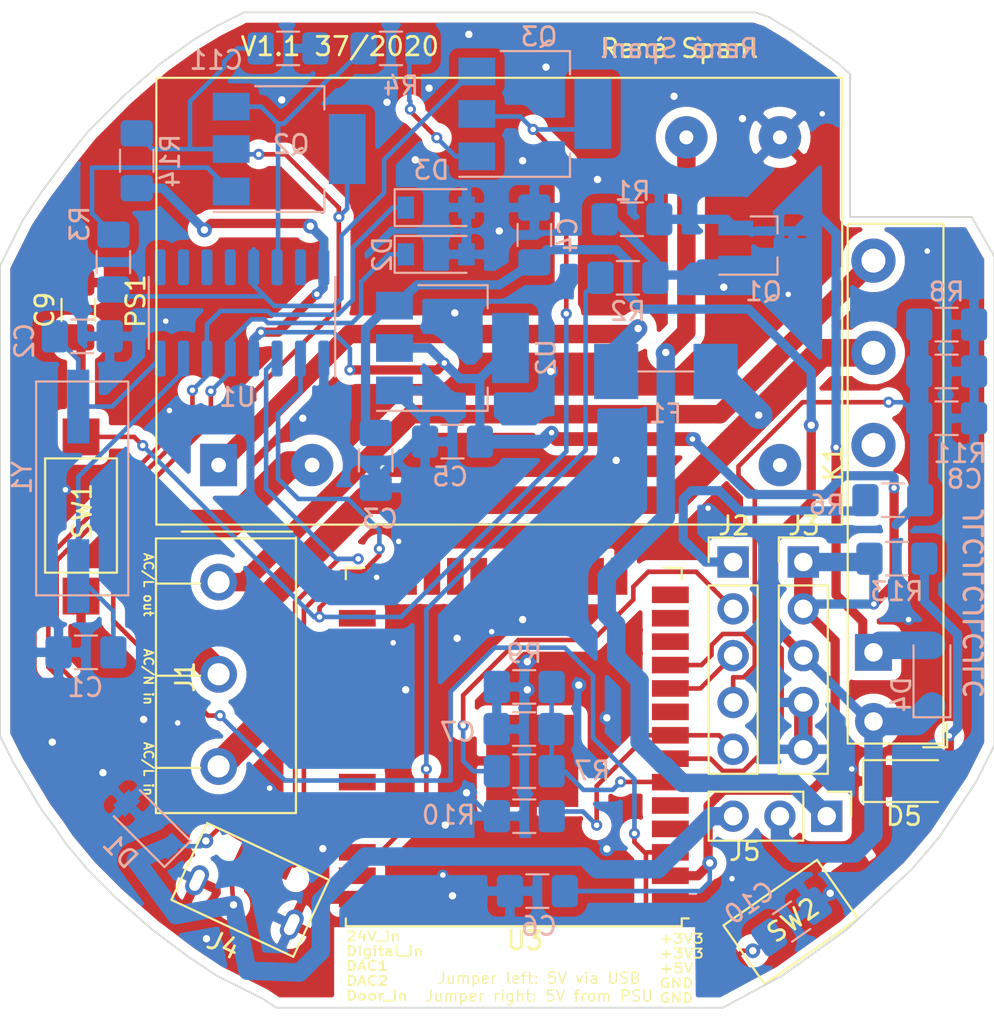
<source format=kicad_pcb>
(kicad_pcb (version 20171130) (host pcbnew "(5.1.5)-3")
  (layers (0 F.Cu signal) (31 B.Cu signal) (34 B.Paste user) (35 F.Paste user) (36 B.SilkS user) (37 F.SilkS user) (38 B.Mask user) (39 F.Mask user hide) (44 Edge.Cuts user hide))
  (net 0 "")
  (net 1 GND)
  (net 2 "Net-(C1-Pad1)")
  (net 3 "Net-(C2-Pad1)")
  (net 4 +5V)
  (net 5 +3V3)
  (net 6 GPIO34)
  (net 7 GPIO35)
  (net 8 GPIO0)
  (net 9 EN)
  (net 10 5V_ext)
  (net 11 "Net-(D2-Pad1)")
  (net 12 "Net-(D3-Pad1)")
  (net 13 "Net-(D4-Pad2)")
  (net 14 "Net-(D5-Pad2)")
  (net 15 L_in)
  (net 16 "Net-(F1-Pad1)")
  (net 17 NEUT)
  (net 18 L_out)
  (net 19 DOOR_in)
  (net 20 DAC2)
  (net 21 DAC1)
  (net 22 DIGITAL_in)
  (net 23 24V_in)
  (net 24 "Net-(J4-Pad4)")
  (net 25 "Net-(J5-Pad1)")
  (net 26 "Net-(K1-Pad12)")
  (net 27 "Net-(PS1-Pad5)")
  (net 28 "Net-(Q1-Pad1)")
  (net 29 "Net-(Q2-Pad1)")
  (net 30 "Net-(Q2-Pad3)")
  (net 31 "Net-(Q3-Pad1)")
  (net 32 "Net-(Q3-Pad3)")
  (net 33 GPIO22)
  (net 34 "Net-(U1-Pad15)")
  (net 35 "Net-(U1-Pad12)")
  (net 36 "Net-(U1-Pad11)")
  (net 37 "Net-(U1-Pad10)")
  (net 38 "Net-(U1-Pad9)")
  (net 39 RX_CH340_OUT)
  (net 40 TX_CH340_OUT)
  (net 41 "Net-(U3-Pad37)")
  (net 42 "Net-(U3-Pad33)")
  (net 43 "Net-(U3-Pad32)")
  (net 44 "Net-(U3-Pad31)")
  (net 45 "Net-(U3-Pad30)")
  (net 46 "Net-(U3-Pad29)")
  (net 47 "Net-(U3-Pad28)")
  (net 48 "Net-(U3-Pad27)")
  (net 49 "Net-(U3-Pad26)")
  (net 50 "Net-(U3-Pad24)")
  (net 51 "Net-(U3-Pad23)")
  (net 52 "Net-(U3-Pad22)")
  (net 53 "Net-(U3-Pad21)")
  (net 54 "Net-(U3-Pad20)")
  (net 55 "Net-(U3-Pad19)")
  (net 56 "Net-(U3-Pad18)")
  (net 57 "Net-(U3-Pad17)")
  (net 58 "Net-(U3-Pad16)")
  (net 59 "Net-(U3-Pad14)")
  (net 60 "Net-(U3-Pad13)")
  (net 61 "Net-(U3-Pad12)")
  (net 62 "Net-(U3-Pad9)")
  (net 63 "Net-(U3-Pad5)")
  (net 64 "Net-(U3-Pad4)")
  (module ESP32_Unterputz:Crystal_12Mhz (layer B.Cu) (at 127 105.085 90)
    (fp_text reference Y1 (at 5.334 -3.048 -90) (layer B.SilkS) (effects (justify mirror)))
    (fp_text value "12 Mhz")
    (pad 2 smd rect (at 9.2 0 90) (size 4 1.2) (layers B.Cu B.Paste B.Mask) (net 3 "Net-(C2-Pad1)"))
    (pad 1 smd rect (at 0 0 90) (size 4 1.2) (layers B.Cu B.Paste B.Mask) (net 2 "Net-(C1-Pad1)"))
  )
  (module RF_Module:ESP32-WROOM-32U (layer F.Cu) (at 150.65 114.355 180)
    (fp_text reference U3 (at -0.607 -10.5 180) (layer F.SilkS))
    (fp_text value ESP32-WROOM-32U)
    (pad 38 smd rect (at 8.5 -8.255 180) (size 2 0.9) (layers F.Cu F.Paste F.Mask) (net 1 GND))
    (pad 37 smd rect (at 8.5 -6.985 180) (size 2 0.9) (layers F.Cu F.Paste F.Mask) (net 41 "Net-(U3-Pad37)"))
    (pad 36 smd rect (at 8.5 -5.715 180) (size 2 0.9) (layers F.Cu F.Paste F.Mask) (net 33 GPIO22))
    (pad 35 smd rect (at 8.5 -4.445 180) (size 2 0.9) (layers F.Cu F.Paste F.Mask) (net 39 RX_CH340_OUT))
    (pad 34 smd rect (at 8.5 -3.175 180) (size 2 0.9) (layers F.Cu F.Paste F.Mask) (net 40 TX_CH340_OUT))
    (pad 33 smd rect (at 8.5 -1.905 180) (size 2 0.9) (layers F.Cu F.Paste F.Mask) (net 42 "Net-(U3-Pad33)"))
    (pad 32 smd rect (at 8.5 -0.635 180) (size 2 0.9) (layers F.Cu F.Paste F.Mask) (net 43 "Net-(U3-Pad32)"))
    (pad 31 smd rect (at 8.5 0.635 180) (size 2 0.9) (layers F.Cu F.Paste F.Mask) (net 44 "Net-(U3-Pad31)"))
    (pad 30 smd rect (at 8.5 1.905 180) (size 2 0.9) (layers F.Cu F.Paste F.Mask) (net 45 "Net-(U3-Pad30)"))
    (pad 29 smd rect (at 8.5 3.175 180) (size 2 0.9) (layers F.Cu F.Paste F.Mask) (net 46 "Net-(U3-Pad29)"))
    (pad 28 smd rect (at 8.5 4.445 180) (size 2 0.9) (layers F.Cu F.Paste F.Mask) (net 47 "Net-(U3-Pad28)"))
    (pad 27 smd rect (at 8.5 5.715 180) (size 2 0.9) (layers F.Cu F.Paste F.Mask) (net 48 "Net-(U3-Pad27)"))
    (pad 26 smd rect (at 8.5 6.985 180) (size 2 0.9) (layers F.Cu F.Paste F.Mask) (net 49 "Net-(U3-Pad26)"))
    (pad 25 smd rect (at 8.5 8.255 180) (size 2 0.9) (layers F.Cu F.Paste F.Mask) (net 8 GPIO0))
    (pad 24 smd rect (at 5.715 9.255 270) (size 2 0.9) (layers F.Cu F.Paste F.Mask) (net 50 "Net-(U3-Pad24)"))
    (pad 23 smd rect (at 4.445 9.255 270) (size 2 0.9) (layers F.Cu F.Paste F.Mask) (net 51 "Net-(U3-Pad23)"))
    (pad 22 smd rect (at 3.175 9.255 270) (size 2 0.9) (layers F.Cu F.Paste F.Mask) (net 52 "Net-(U3-Pad22)"))
    (pad 21 smd rect (at 1.905 9.255 270) (size 2 0.9) (layers F.Cu F.Paste F.Mask) (net 53 "Net-(U3-Pad21)"))
    (pad 20 smd rect (at 0.635 9.255 270) (size 2 0.9) (layers F.Cu F.Paste F.Mask) (net 54 "Net-(U3-Pad20)"))
    (pad 19 smd rect (at -0.635 9.255 270) (size 2 0.9) (layers F.Cu F.Paste F.Mask) (net 55 "Net-(U3-Pad19)"))
    (pad 18 smd rect (at -1.905 9.255 270) (size 2 0.9) (layers F.Cu F.Paste F.Mask) (net 56 "Net-(U3-Pad18)"))
    (pad 17 smd rect (at -3.175 9.255 270) (size 2 0.9) (layers F.Cu F.Paste F.Mask) (net 57 "Net-(U3-Pad17)"))
    (pad 16 smd rect (at -4.445 9.255 270) (size 2 0.9) (layers F.Cu F.Paste F.Mask) (net 58 "Net-(U3-Pad16)"))
    (pad 15 smd rect (at -5.715 9.255 90) (size 2 0.9) (layers F.Cu F.Paste F.Mask) (net 1 GND))
    (pad 14 smd rect (at -8.5 8.255 180) (size 2 0.9) (layers F.Cu F.Paste F.Mask) (net 59 "Net-(U3-Pad14)"))
    (pad 13 smd rect (at -8.5 6.985 180) (size 2 0.9) (layers F.Cu F.Paste F.Mask) (net 60 "Net-(U3-Pad13)"))
    (pad 12 smd rect (at -8.5 5.715 180) (size 2 0.9) (layers F.Cu F.Paste F.Mask) (net 61 "Net-(U3-Pad12)"))
    (pad 11 smd rect (at -8.5 4.445 180) (size 2 0.9) (layers F.Cu F.Paste F.Mask) (net 20 DAC2))
    (pad 10 smd rect (at -8.5 3.175 180) (size 2 0.9) (layers F.Cu F.Paste F.Mask) (net 21 DAC1))
    (pad 9 smd rect (at -8.5 1.905 180) (size 2 0.9) (layers F.Cu F.Paste F.Mask) (net 62 "Net-(U3-Pad9)"))
    (pad 8 smd rect (at -8.5 0.635 180) (size 2 0.9) (layers F.Cu F.Paste F.Mask) (net 19 DOOR_in))
    (pad 7 smd rect (at -8.5 -0.635 180) (size 2 0.9) (layers F.Cu F.Paste F.Mask) (net 7 GPIO35))
    (pad 6 smd rect (at -8.5 -1.905 180) (size 2 0.9) (layers F.Cu F.Paste F.Mask) (net 6 GPIO34))
    (pad 5 smd rect (at -8.5 -3.175 180) (size 2 0.9) (layers F.Cu F.Paste F.Mask) (net 63 "Net-(U3-Pad5)"))
    (pad 4 smd rect (at -8.5 -4.445 180) (size 2 0.9) (layers F.Cu F.Paste F.Mask) (net 64 "Net-(U3-Pad4)"))
    (pad 3 smd rect (at -8.5 -5.715 180) (size 2 0.9) (layers F.Cu F.Paste F.Mask) (net 9 EN))
    (pad 2 smd rect (at -8.5 -6.985 180) (size 2 0.9) (layers F.Cu F.Paste F.Mask) (net 5 +3V3))
    (pad 1 smd rect (at -8.5 -8.255 180) (size 2 0.9) (layers F.Cu F.Paste F.Mask) (net 1 GND))
    (pad 39 smd rect (at -1 -0.755 180) (size 5 5) (layers F.Cu F.Paste F.Mask) (net 1 GND))
  )
  (module Package_TO_SOT_SMD:SOT-223-3_TabPin2 (layer B.Cu) (at 147.32 92.71)
    (fp_text reference U2 (at 5.08 0.508 90) (layer B.SilkS) (effects (justify mirror)))
    (fp_text value AMS1117-3.3)
    (pad 1 smd rect (at -3.15 2.3) (size 2 1.5) (layers B.Cu B.Paste B.Mask) (net 1 GND))
    (pad 3 smd rect (at -3.15 -2.3) (size 2 1.5) (layers B.Cu B.Paste B.Mask) (net 4 +5V))
    (pad 2 smd rect (at -3.15 0) (size 2 1.5) (layers B.Cu B.Paste B.Mask) (net 5 +3V3))
    (pad 2 smd rect (at 3.15 0) (size 2 3.8) (layers B.Cu B.Paste B.Mask) (net 5 +3V3))
  )
  (module Package_SO:SOIC-16_3.9x9.9mm_P1.27mm (layer B.Cu) (at 135.89 90.805 90)
    (fp_text reference U1 (at -4.572 -0.254 180) (layer B.SilkS) (effects (justify mirror)))
    (fp_text value CH340G)
    (pad 16 smd roundrect (at 2.475 4.445 90) (size 1.95 0.6) (layers B.Cu B.Paste B.Mask) (net 5 +3V3))
    (pad 15 smd roundrect (at 2.475 3.175 90) (size 1.95 0.6) (layers B.Cu B.Paste B.Mask) (net 34 "Net-(U1-Pad15)"))
    (pad 14 smd roundrect (at 2.475 1.905 90) (size 1.95 0.6) (layers B.Cu B.Paste B.Mask) (net 30 "Net-(Q2-Pad3)"))
    (pad 13 smd roundrect (at 2.475 0.635 90) (size 1.95 0.6) (layers B.Cu B.Paste B.Mask) (net 32 "Net-(Q3-Pad3)"))
    (pad 12 smd roundrect (at 2.475 -0.635 90) (size 1.95 0.6) (layers B.Cu B.Paste B.Mask) (net 35 "Net-(U1-Pad12)"))
    (pad 11 smd roundrect (at 2.475 -1.905 90) (size 1.95 0.6) (layers B.Cu B.Paste B.Mask) (net 36 "Net-(U1-Pad11)"))
    (pad 10 smd roundrect (at 2.475 -3.175 90) (size 1.95 0.6) (layers B.Cu B.Paste B.Mask) (net 37 "Net-(U1-Pad10)"))
    (pad 9 smd roundrect (at 2.475 -4.445 90) (size 1.95 0.6) (layers B.Cu B.Paste B.Mask) (net 38 "Net-(U1-Pad9)"))
    (pad 8 smd roundrect (at -2.475 -4.445 90) (size 1.95 0.6) (layers B.Cu B.Paste B.Mask) (net 3 "Net-(C2-Pad1)"))
    (pad 7 smd roundrect (at -2.475 -3.175 90) (size 1.95 0.6) (layers B.Cu B.Paste B.Mask) (net 2 "Net-(C1-Pad1)"))
    (pad 6 smd roundrect (at -2.475 -1.905 90) (size 1.95 0.6) (layers B.Cu B.Paste B.Mask) (net 12 "Net-(D3-Pad1)"))
    (pad 5 smd roundrect (at -2.475 -0.635 90) (size 1.95 0.6) (layers B.Cu B.Paste B.Mask) (net 11 "Net-(D2-Pad1)"))
    (pad 4 smd roundrect (at -2.475 0.635 90) (size 1.95 0.6) (layers B.Cu B.Paste B.Mask) (net 5 +3V3))
    (pad 3 smd roundrect (at -2.475 1.905 90) (size 1.95 0.6) (layers B.Cu B.Paste B.Mask) (net 39 RX_CH340_OUT))
    (pad 2 smd roundrect (at -2.475 3.175 90) (size 1.95 0.6) (layers B.Cu B.Paste B.Mask) (net 40 TX_CH340_OUT))
    (pad 1 smd roundrect (at -2.475 4.445 90) (size 1.95 0.6) (layers B.Cu B.Paste B.Mask) (net 1 GND))
  )
  (module ESP32_Unterputz:Switch_HYP (layer F.Cu) (at 165.735 123.825 215)
    (fp_text reference SW2 (at -0.104209 0.019811 35) (layer F.SilkS))
    (fp_text value SW_DIP_x01)
    (pad 2 smd rect (at 4.318 0 215) (size 2 2) (layers F.Cu F.Paste F.Mask) (net 9 EN))
    (pad 1 smd rect (at -4.318 0 215) (size 2 2) (layers F.Cu F.Paste F.Mask) (net 1 GND))
  )
  (module ESP32_Unterputz:Switch_HYP (layer F.Cu) (at 127.15 101.85 90)
    (fp_text reference SW1 (at 0.301 0.059 90) (layer F.SilkS))
    (fp_text value SW_DIP_x01)
    (pad 2 smd rect (at 4.318 0 90) (size 2 2) (layers F.Cu F.Paste F.Mask) (net 8 GPIO0))
    (pad 1 smd rect (at -4.318 0 90) (size 2 2) (layers F.Cu F.Paste F.Mask) (net 1 GND))
  )
  (module Resistor_SMD:R_1206_3216Metric_Pad1.42x1.75mm_HandSolder (layer B.Cu) (at 130.175 82.55 90)
    (fp_text reference R14 (at 0 1.82 90) (layer B.SilkS) (effects (justify mirror)))
    (fp_text value 10k)
    (pad 2 smd roundrect (at 1.4875 0 90) (size 1.425 1.75) (layers B.Cu B.Paste B.Mask) (roundrect_rratio 0.175439) (net 9 EN))
    (pad 1 smd roundrect (at -1.4875 0 90) (size 1.425 1.75) (layers B.Cu B.Paste B.Mask) (roundrect_rratio 0.175439) (net 5 +3V3))
  )
  (module Resistor_SMD:R_1206_3216Metric_Pad1.42x1.75mm_HandSolder (layer B.Cu) (at 171.45 104.14)
    (fp_text reference R13 (at 0 1.778) (layer B.SilkS) (effects (justify mirror)))
    (fp_text value 210)
    (pad 2 smd roundrect (at 1.4875 0) (size 1.425 1.75) (layers B.Cu B.Paste B.Mask) (roundrect_rratio 0.175439) (net 14 "Net-(D5-Pad2)"))
    (pad 1 smd roundrect (at -1.4875 0) (size 1.425 1.75) (layers B.Cu B.Paste B.Mask) (roundrect_rratio 0.175439) (net 5 +3V3))
  )
  (module Resistor_SMD:R_1206_3216Metric_Pad1.42x1.75mm_HandSolder (layer B.Cu) (at 174.1535 93.98)
    (fp_text reference R11 (at 0.7255 4.445) (layer B.SilkS) (effects (justify mirror)))
    (fp_text value 6800)
    (pad 2 smd roundrect (at 1.4875 0) (size 1.425 1.75) (layers B.Cu B.Paste B.Mask) (roundrect_rratio 0.175439) (net 1 GND))
    (pad 1 smd roundrect (at -1.4875 0) (size 1.425 1.75) (layers B.Cu B.Paste B.Mask) (roundrect_rratio 0.175439) (net 7 GPIO35))
  )
  (module Resistor_SMD:R_1206_3216Metric_Pad1.42x1.75mm_HandSolder (layer B.Cu) (at 151.2205 118.11 180)
    (fp_text reference R10 (at 4.1115 0.061) (layer B.SilkS) (effects (justify mirror)))
    (fp_text value 10k)
    (pad 2 smd roundrect (at 1.4875 0 180) (size 1.425 1.75) (layers B.Cu B.Paste B.Mask) (roundrect_rratio 0.175439) (net 1 GND))
    (pad 1 smd roundrect (at -1.4875 0 180) (size 1.425 1.75) (layers B.Cu B.Paste B.Mask) (roundrect_rratio 0.175439) (net 19 DOOR_in))
  )
  (module Resistor_SMD:R_1206_3216Metric_Pad1.42x1.75mm_HandSolder (layer B.Cu) (at 151.2165 111.096 180)
    (fp_text reference R9 (at 0 1.82) (layer B.SilkS) (effects (justify mirror)))
    (fp_text value 150)
    (pad 2 smd roundrect (at 1.4875 0 180) (size 1.425 1.75) (layers B.Cu B.Paste B.Mask) (roundrect_rratio 0.175439) (net 1 GND))
    (pad 1 smd roundrect (at -1.4875 0 180) (size 1.425 1.75) (layers B.Cu B.Paste B.Mask) (roundrect_rratio 0.175439) (net 6 GPIO34))
  )
  (module Resistor_SMD:R_1206_3216Metric_Pad1.42x1.75mm_HandSolder (layer B.Cu) (at 174.1535 91.44)
    (fp_text reference R8 (at 0 -1.778) (layer B.SilkS) (effects (justify mirror)))
    (fp_text value 1800)
    (pad 2 smd roundrect (at 1.4875 0) (size 1.425 1.75) (layers B.Cu B.Paste B.Mask) (roundrect_rratio 0.175439) (net 1 GND))
    (pad 1 smd roundrect (at -1.4875 0) (size 1.425 1.75) (layers B.Cu B.Paste B.Mask) (roundrect_rratio 0.175439) (net 7 GPIO35))
  )
  (module Resistor_SMD:R_1206_3216Metric_Pad1.42x1.75mm_HandSolder (layer B.Cu) (at 151.2165 115.668 180)
    (fp_text reference R7 (at -3.6925 0.019) (layer B.SilkS) (effects (justify mirror)))
    (fp_text value 100)
    (pad 2 smd roundrect (at 1.4875 0 180) (size 1.425 1.75) (layers B.Cu B.Paste B.Mask) (roundrect_rratio 0.175439) (net 22 DIGITAL_in))
    (pad 1 smd roundrect (at -1.4875 0 180) (size 1.425 1.75) (layers B.Cu B.Paste B.Mask) (roundrect_rratio 0.175439) (net 6 GPIO34))
  )
  (module Resistor_SMD:R_1206_3216Metric_Pad1.42x1.75mm_HandSolder (layer B.Cu) (at 171.2325 100.965 180)
    (fp_text reference R6 (at 3.5925 -0.254) (layer B.SilkS) (effects (justify mirror)))
    (fp_text value 10k)
    (pad 2 smd roundrect (at 1.4875 0 180) (size 1.425 1.75) (layers B.Cu B.Paste B.Mask) (roundrect_rratio 0.175439) (net 23 24V_in))
    (pad 1 smd roundrect (at -1.4875 0 180) (size 1.425 1.75) (layers B.Cu B.Paste B.Mask) (roundrect_rratio 0.175439) (net 7 GPIO35))
  )
  (module Resistor_SMD:R_1206_3216Metric_Pad1.42x1.75mm_HandSolder (layer B.Cu) (at 143.9815 76.454 180)
    (fp_text reference R4 (at -0.5445 -2.032 180) (layer B.SilkS) (effects (justify mirror)))
    (fp_text value 10k)
    (pad 2 smd roundrect (at 1.4875 0 180) (size 1.425 1.75) (layers B.Cu B.Paste B.Mask) (roundrect_rratio 0.175439) (net 30 "Net-(Q2-Pad3)"))
    (pad 1 smd roundrect (at -1.4875 0 180) (size 1.425 1.75) (layers B.Cu B.Paste B.Mask) (roundrect_rratio 0.175439) (net 31 "Net-(Q3-Pad1)"))
  )
  (module Resistor_SMD:R_1206_3216Metric_Pad1.42x1.75mm_HandSolder (layer B.Cu) (at 128.905 88.0475 270)
    (fp_text reference R3 (at -2.0685 1.82 90) (layer B.SilkS) (effects (justify mirror)))
    (fp_text value 10k)
    (pad 2 smd roundrect (at 1.4875 0 270) (size 1.425 1.75) (layers B.Cu B.Paste B.Mask) (roundrect_rratio 0.175439) (net 32 "Net-(Q3-Pad3)"))
    (pad 1 smd roundrect (at -1.4875 0 270) (size 1.425 1.75) (layers B.Cu B.Paste B.Mask) (roundrect_rratio 0.175439) (net 29 "Net-(Q2-Pad1)"))
  )
  (module Resistor_SMD:R_1206_3216Metric_Pad1.42x1.75mm_HandSolder (layer B.Cu) (at 156.845 88.9)
    (fp_text reference R2 (at 0 1.82) (layer B.SilkS) (effects (justify mirror)))
    (fp_text value 100)
    (pad 2 smd roundrect (at 1.4875 0) (size 1.425 1.75) (layers B.Cu B.Paste B.Mask) (roundrect_rratio 0.175439) (net 28 "Net-(Q1-Pad1)"))
    (pad 1 smd roundrect (at -1.4875 0) (size 1.425 1.75) (layers B.Cu B.Paste B.Mask) (roundrect_rratio 0.175439) (net 33 GPIO22))
  )
  (module Resistor_SMD:R_1206_3216Metric_Pad1.42x1.75mm_HandSolder (layer B.Cu) (at 157.0625 85.725)
    (fp_text reference R1 (at 0.0365 -1.524) (layer B.SilkS) (effects (justify mirror)))
    (fp_text value 10k)
    (pad 2 smd roundrect (at 1.4875 0) (size 1.425 1.75) (layers B.Cu B.Paste B.Mask) (roundrect_rratio 0.175439) (net 1 GND))
    (pad 1 smd roundrect (at -1.4875 0) (size 1.425 1.75) (layers B.Cu B.Paste B.Mask) (roundrect_rratio 0.175439) (net 28 "Net-(Q1-Pad1)"))
  )
  (module Package_TO_SOT_SMD:SOT-223-3_TabPin2 (layer B.Cu) (at 151.79 80.01)
    (fp_text reference Q3 (at 0.229 -4.191) (layer B.SilkS) (effects (justify mirror)))
    (fp_text value PZT2222A)
    (pad 1 smd rect (at -3.15 2.3) (size 2 1.5) (layers B.Cu B.Paste B.Mask) (net 31 "Net-(Q3-Pad1)"))
    (pad 3 smd rect (at -3.15 -2.3) (size 2 1.5) (layers B.Cu B.Paste B.Mask) (net 32 "Net-(Q3-Pad3)"))
    (pad 2 smd rect (at -3.15 0) (size 2 1.5) (layers B.Cu B.Paste B.Mask) (net 8 GPIO0))
    (pad 2 smd rect (at 3.15 0) (size 2 3.8) (layers B.Cu B.Paste B.Mask) (net 8 GPIO0))
  )
  (module Package_TO_SOT_SMD:SOT-223-3_TabPin2 (layer B.Cu) (at 138.455 81.915)
    (fp_text reference Q2 (at 0.102 -0.254) (layer B.SilkS) (effects (justify mirror)))
    (fp_text value PZT2222A)
    (pad 1 smd rect (at -3.15 2.3) (size 2 1.5) (layers B.Cu B.Paste B.Mask) (net 29 "Net-(Q2-Pad1)"))
    (pad 3 smd rect (at -3.15 -2.3) (size 2 1.5) (layers B.Cu B.Paste B.Mask) (net 30 "Net-(Q2-Pad3)"))
    (pad 2 smd rect (at -3.15 0) (size 2 1.5) (layers B.Cu B.Paste B.Mask) (net 9 EN))
    (pad 2 smd rect (at 3.15 0) (size 2 3.8) (layers B.Cu B.Paste B.Mask) (net 9 EN))
  )
  (module Package_TO_SOT_SMD:SOT-23_Handsoldering (layer B.Cu) (at 164.209 87.149)
    (fp_text reference Q1 (at 0 2.5) (layer B.SilkS) (effects (justify mirror)))
    (fp_text value Si2302DS)
    (pad 3 smd rect (at 1.5 0) (size 1.9 0.8) (layers B.Cu B.Paste B.Mask) (net 13 "Net-(D4-Pad2)"))
    (pad 2 smd rect (at -1.5 -0.95) (size 1.9 0.8) (layers B.Cu B.Paste B.Mask) (net 1 GND))
    (pad 1 smd rect (at -1.5 0.95) (size 1.9 0.8) (layers B.Cu B.Paste B.Mask) (net 28 "Net-(Q1-Pad1)"))
  )
  (module Converter_ACDC:Converter_ACDC_MeanWell_IRM-03-xx_THT (layer F.Cu) (at 134.62 99.06 90)
    (fp_text reference PS1 (at 8.89 -4.5 90) (layer F.SilkS))
    (fp_text value IRM-03-5)
    (pad 16 thru_hole circle (at 17.78 25.4 90) (size 2.3 2.3) (drill 0.76) (layers *.Cu *.Mask) (net 25 "Net-(J5-Pad1)"))
    (pad 14 thru_hole circle (at 17.78 30.48 90) (size 2.3 2.3) (drill 0.76) (layers *.Cu *.Mask) (net 1 GND))
    (pad 3 thru_hole circle (at 0 5.08 90) (size 2.3 2.3) (drill 0.8) (layers *.Cu *.Mask) (net 17 NEUT))
    (pad 1 thru_hole rect (at 0 0 90) (size 2.3 2) (drill 0.8) (layers *.Cu *.Mask) (net 16 "Net-(F1-Pad1)"))
    (pad 5 thru_hole circle (at 0 30.48 90) (size 2.3 2.3) (drill 0.76) (layers *.Cu *.Mask) (net 27 "Net-(PS1-Pad5)"))
  )
  (module Relay_THT:Relay_SPDT_Finder_34.51_Vertical (layer F.Cu) (at 170.18 109.22 90)
    (fp_text reference K1 (at 10.25 -2.2 90) (layer F.SilkS))
    (fp_text value FINDER-34.51)
    (pad A2 thru_hole circle (at -3.75 0 90) (size 2 2) (drill 1) (layers *.Cu *.Mask) (net 4 +5V))
    (pad A1 thru_hole rect (at 0 0 90) (size 2 2) (drill 1) (layers *.Cu *.Mask) (net 13 "Net-(D4-Pad2)"))
    (pad 12 thru_hole circle (at 11.25 0 90) (size 2.4 2.4) (drill 1.3) (layers *.Cu *.Mask) (net 26 "Net-(K1-Pad12)"))
    (pad 11 thru_hole circle (at 16.25 0 90) (size 2.4 2.4) (drill 1.3) (layers *.Cu *.Mask) (net 15 L_in))
    (pad 14 thru_hole circle (at 21.25 0 90) (size 2.4 2.4) (drill 1.3) (layers *.Cu *.Mask) (net 18 L_out))
  )
  (module Connector_PinHeader_2.54mm:PinHeader_1x03_P2.54mm_Vertical (layer F.Cu) (at 167.64 118.11 270)
    (fp_text reference J5 (at 1.905 4.445 180) (layer F.SilkS))
    (fp_text value Conn_01x03_Male)
    (pad 3 thru_hole oval (at 0 5.08 270) (size 1.7 1.7) (drill 1) (layers *.Cu *.Mask) (net 10 5V_ext))
    (pad 2 thru_hole oval (at 0 2.54 270) (size 1.7 1.7) (drill 1) (layers *.Cu *.Mask) (net 4 +5V))
    (pad 1 thru_hole rect (at 0 0 270) (size 1.7 1.7) (drill 1) (layers *.Cu *.Mask) (net 25 "Net-(J5-Pad1)"))
  )
  (module ESP32_Unterputz:USB_XKB (layer F.Cu) (at 137.29 120.07 335)
    (fp_text reference J4 (at -0.065983 5.575242 155) (layer F.SilkS))
    (fp_text value USB_B_Micro)
    (pad 5 smd rect (at 1.33 0 335) (size 0.42 1.9) (layers F.Cu F.Paste F.Mask) (net 1 GND))
    (pad 4 smd rect (at 0.68 0 335) (size 0.42 1.9) (layers F.Cu F.Paste F.Mask) (net 24 "Net-(J4-Pad4)"))
    (pad 3 smd rect (at 0.03 0 335) (size 0.42 1.9) (layers F.Cu F.Paste F.Mask) (net 11 "Net-(D2-Pad1)"))
    (pad 2 smd rect (at -0.62 0 335) (size 0.42 1.9) (layers F.Cu F.Paste F.Mask) (net 12 "Net-(D3-Pad1)"))
    (pad "" np_thru_hole circle (at 1.9875 0.65 335) (size 0.45 0.45) (drill 0.45) (layers *.Cu *.Mask))
    (pad "" np_thru_hole circle (at -2.0125 0.65 335) (size 0.45 0.45) (drill 0.45) (layers *.Cu *.Mask))
    (pad 6 thru_hole oval (at 2.8375 3 335) (size 1 1.7) (drill oval 0.6 1.2) (layers *.Cu *.Mask) (net 1 GND))
    (pad 6 thru_hole oval (at -2.8375 3 335) (size 1 1.7) (drill oval 0.6 1.2) (layers *.Cu *.Mask) (net 1 GND))
    (pad 1 smd rect (at -1.27 0 335) (size 0.42 1.9) (layers F.Cu F.Paste F.Mask) (net 10 5V_ext))
  )
  (module Connector_PinHeader_2.54mm:PinHeader_1x05_P2.54mm_Vertical (layer F.Cu) (at 166.37 104.32)
    (fp_text reference J3 (at 0.039 -1.971) (layer F.SilkS))
    (fp_text value Conn_01x05_Male)
    (pad 5 thru_hole oval (at 0 10.16) (size 1.7 1.7) (drill 1) (layers *.Cu *.Mask) (net 1 GND))
    (pad 4 thru_hole oval (at 0 7.62) (size 1.7 1.7) (drill 1) (layers *.Cu *.Mask) (net 1 GND))
    (pad 3 thru_hole oval (at 0 5.08) (size 1.7 1.7) (drill 1) (layers *.Cu *.Mask) (net 4 +5V))
    (pad 2 thru_hole oval (at 0 2.54) (size 1.7 1.7) (drill 1) (layers *.Cu *.Mask) (net 5 +3V3))
    (pad 1 thru_hole rect (at 0 0) (size 1.7 1.7) (drill 1) (layers *.Cu *.Mask) (net 5 +3V3))
  )
  (module Connector_PinHeader_2.54mm:PinHeader_1x05_P2.54mm_Vertical (layer F.Cu) (at 162.56 104.32)
    (fp_text reference J2 (at 0.049 -1.971) (layer F.SilkS))
    (fp_text value Conn_01x05_Male)
    (pad 5 thru_hole oval (at 0 10.16) (size 1.7 1.7) (drill 1) (layers *.Cu *.Mask) (net 19 DOOR_in))
    (pad 4 thru_hole oval (at 0 7.62) (size 1.7 1.7) (drill 1) (layers *.Cu *.Mask) (net 20 DAC2))
    (pad 3 thru_hole oval (at 0 5.08) (size 1.7 1.7) (drill 1) (layers *.Cu *.Mask) (net 21 DAC1))
    (pad 2 thru_hole oval (at 0 2.54) (size 1.7 1.7) (drill 1) (layers *.Cu *.Mask) (net 22 DIGITAL_in))
    (pad 1 thru_hole rect (at 0 0) (size 1.7 1.7) (drill 1) (layers *.Cu *.Mask) (net 23 24V_in))
  )
  (module ESP32_Unterputz:TerminalBlock_DB301V-50.0-3P (layer F.Cu) (at 134.62 110.49 270)
    (fp_text reference J1 (at 0.059 1.811 270) (layer F.SilkS))
    (fp_text value Screw_Terminal)
    (pad 3 thru_hole circle (at 4.92 0 270) (size 2 2) (drill 1.2) (layers *.Cu *.Mask) (net 15 L_in))
    (pad 2 thru_hole circle (at -0.08 0 270) (size 2 2) (drill 1.2) (layers *.Cu *.Mask) (net 17 NEUT))
    (pad 1 thru_hole circle (at -5.08 0 270) (size 2 2) (drill 1.2) (layers *.Cu *.Mask) (net 18 L_out))
  )
  (module ESP32_Unterputz:Fuse_24E0750A (layer B.Cu) (at 158.71 93.98)
    (fp_text reference F1 (at 0.167 2.286) (layer B.SilkS) (effects (justify mirror)))
    (fp_text value Fuse_Small)
    (pad 2 smd rect (at 2.9 0) (size 2.4 3) (layers B.Cu B.Paste B.Mask) (net 15 L_in))
    (pad 1 smd rect (at -2.5 0) (size 2.4 3) (layers B.Cu B.Paste B.Mask) (net 16 "Net-(F1-Pad1)"))
  )
  (module LED_SMD:LED_1206_3216Metric_Pad1.42x1.75mm_HandSolder (layer F.Cu) (at 172.085 116.205)
    (fp_text reference D5 (at -0.254 1.905) (layer F.SilkS))
    (fp_text value LED)
    (pad 2 smd roundrect (at 1.4875 0) (size 1.425 1.75) (layers F.Cu F.Paste F.Mask) (roundrect_rratio 0.175439) (net 14 "Net-(D5-Pad2)"))
    (pad 1 smd roundrect (at -1.4875 0) (size 1.425 1.75) (layers F.Cu F.Paste F.Mask) (roundrect_rratio 0.175439) (net 1 GND))
  )
  (module Diode_SMD:D_SOD-123 (layer B.Cu) (at 173.355 110.49 90)
    (fp_text reference D4 (at -1.016 -1.651 90) (layer B.SilkS) (effects (justify mirror)))
    (fp_text value SJD12C05L01)
    (pad 2 smd rect (at 1.65 0 90) (size 0.9 1.2) (layers B.Cu B.Paste B.Mask) (net 13 "Net-(D4-Pad2)"))
    (pad 1 smd rect (at -1.65 0 90) (size 0.9 1.2) (layers B.Cu B.Paste B.Mask) (net 4 +5V))
  )
  (module Diode_SMD:D_SOD-123 (layer B.Cu) (at 146.43 85.09)
    (fp_text reference D3 (at -0.253 -2.032) (layer B.SilkS) (effects (justify mirror)))
    (fp_text value SJD12C05L01)
    (pad 2 smd rect (at 1.65 0) (size 0.9 1.2) (layers B.Cu B.Paste B.Mask) (net 1 GND))
    (pad 1 smd rect (at -1.65 0) (size 0.9 1.2) (layers B.Cu B.Paste B.Mask) (net 12 "Net-(D3-Pad1)"))
  )
  (module Diode_SMD:D_SOD-123 (layer B.Cu) (at 146.43 87.63)
    (fp_text reference D2 (at -2.92 0 90) (layer B.SilkS) (effects (justify mirror)))
    (fp_text value SJD12C05L01)
    (pad 2 smd rect (at 1.65 0) (size 0.9 1.2) (layers B.Cu B.Paste B.Mask) (net 1 GND))
    (pad 1 smd rect (at -1.65 0) (size 0.9 1.2) (layers B.Cu B.Paste B.Mask) (net 11 "Net-(D2-Pad1)"))
  )
  (module Diode_SMD:D_SOD-123 (layer B.Cu) (at 130.8 118.57 135)
    (fp_text reference D1 (at 0.04879 -2.092329 135) (layer B.SilkS) (effects (justify mirror)))
    (fp_text value SJD12C05L01)
    (pad 2 smd rect (at 1.65 0 135) (size 0.9 1.2) (layers B.Cu B.Paste B.Mask) (net 1 GND))
    (pad 1 smd rect (at -1.65 0 135) (size 0.9 1.2) (layers B.Cu B.Paste B.Mask) (net 10 5V_ext))
  )
  (module Capacitor_SMD:C_1206_3216Metric_Pad1.42x1.75mm_HandSolder (layer B.Cu) (at 138.3935 76.454)
    (fp_text reference C11 (at -3.9005 0.635) (layer B.SilkS) (effects (justify mirror)))
    (fp_text value 100n)
    (pad 2 smd roundrect (at 1.4875 0) (size 1.425 1.75) (layers B.Cu B.Paste B.Mask) (roundrect_rratio 0.175439) (net 1 GND))
    (pad 1 smd roundrect (at -1.4875 0) (size 1.425 1.75) (layers B.Cu B.Paste B.Mask) (roundrect_rratio 0.175439) (net 9 EN))
  )
  (module Capacitor_SMD:C_1206_3216Metric_Pad1.42x1.75mm_HandSolder (layer B.Cu) (at 165.735 123.825 35)
    (fp_text reference C10 (at -1.289828 -2.143454 35) (layer B.SilkS) (effects (justify mirror)))
    (fp_text value 100n)
    (pad 2 smd roundrect (at 1.4875 0 35) (size 1.425 1.75) (layers B.Cu B.Paste B.Mask) (roundrect_rratio 0.175439) (net 1 GND))
    (pad 1 smd roundrect (at -1.4875 0 35) (size 1.425 1.75) (layers B.Cu B.Paste B.Mask) (roundrect_rratio 0.175439) (net 9 EN))
  )
  (module Capacitor_SMD:C_1206_3216Metric_Pad1.42x1.75mm_HandSolder (layer F.Cu) (at 127 90.6415 90)
    (fp_text reference C9 (at 0 -1.82 270) (layer F.SilkS))
    (fp_text value 100n)
    (pad 2 smd roundrect (at 1.4875 0 90) (size 1.425 1.75) (layers F.Cu F.Paste F.Mask) (roundrect_rratio 0.175439) (net 1 GND))
    (pad 1 smd roundrect (at -1.4875 0 90) (size 1.425 1.75) (layers F.Cu F.Paste F.Mask) (roundrect_rratio 0.175439) (net 8 GPIO0))
  )
  (module Capacitor_SMD:C_1206_3216Metric_Pad1.42x1.75mm_HandSolder (layer B.Cu) (at 174.1535 96.52)
    (fp_text reference C8 (at 0.9795 3.302) (layer B.SilkS) (effects (justify mirror)))
    (fp_text value 100n)
    (pad 2 smd roundrect (at 1.4875 0) (size 1.425 1.75) (layers B.Cu B.Paste B.Mask) (roundrect_rratio 0.175439) (net 1 GND))
    (pad 1 smd roundrect (at -1.4875 0) (size 1.425 1.75) (layers B.Cu B.Paste B.Mask) (roundrect_rratio 0.175439) (net 7 GPIO35))
  )
  (module Capacitor_SMD:C_1206_3216Metric_Pad1.42x1.75mm_HandSolder (layer B.Cu) (at 151.2045 113.382 180)
    (fp_text reference C7 (at 3.5955 -0.167) (layer B.SilkS) (effects (justify mirror)))
    (fp_text value 100n)
    (pad 2 smd roundrect (at 1.4875 0 180) (size 1.425 1.75) (layers B.Cu B.Paste B.Mask) (roundrect_rratio 0.175439) (net 1 GND))
    (pad 1 smd roundrect (at -1.4875 0 180) (size 1.425 1.75) (layers B.Cu B.Paste B.Mask) (roundrect_rratio 0.175439) (net 6 GPIO34))
  )
  (module Capacitor_SMD:C_1206_3216Metric_Pad1.42x1.75mm_HandSolder (layer B.Cu) (at 151.9285 122.174 180)
    (fp_text reference C6 (at -0.0905 -1.905) (layer B.SilkS) (effects (justify mirror)))
    (fp_text value 22uF)
    (pad 2 smd roundrect (at 1.4875 0 180) (size 1.425 1.75) (layers B.Cu B.Paste B.Mask) (roundrect_rratio 0.175439) (net 1 GND))
    (pad 1 smd roundrect (at -1.4875 0 180) (size 1.425 1.75) (layers B.Cu B.Paste B.Mask) (roundrect_rratio 0.175439) (net 5 +3V3))
  )
  (module Capacitor_SMD:C_1206_3216Metric_Pad1.42x1.75mm_HandSolder (layer B.Cu) (at 147.32 97.79 180)
    (fp_text reference C5 (at 0.127 -1.905) (layer B.SilkS) (effects (justify mirror)))
    (fp_text value 100n)
    (pad 2 smd roundrect (at 1.4875 0 180) (size 1.425 1.75) (layers B.Cu B.Paste B.Mask) (roundrect_rratio 0.175439) (net 1 GND))
    (pad 1 smd roundrect (at -1.4875 0 180) (size 1.425 1.75) (layers B.Cu B.Paste B.Mask) (roundrect_rratio 0.175439) (net 5 +3V3))
  )
  (module Capacitor_SMD:C_1206_3216Metric_Pad1.42x1.75mm_HandSolder (layer B.Cu) (at 151.765 86.5775 90)
    (fp_text reference C4 (at 0 1.82 90) (layer B.SilkS) (effects (justify mirror)))
    (fp_text value 100n)
    (pad 2 smd roundrect (at 1.4875 0 90) (size 1.425 1.75) (layers B.Cu B.Paste B.Mask) (roundrect_rratio 0.175439) (net 1 GND))
    (pad 1 smd roundrect (at -1.4875 0 90) (size 1.425 1.75) (layers B.Cu B.Paste B.Mask) (roundrect_rratio 0.175439) (net 4 +5V))
  )
  (module Capacitor_SMD:C_1206_3216Metric_Pad1.42x1.75mm_HandSolder (layer B.Cu) (at 143.15 98.806 270)
    (fp_text reference C3 (at 3.175 -0.233) (layer B.SilkS) (effects (justify mirror)))
    (fp_text value 22uF)
    (pad 2 smd roundrect (at 1.4875 0 270) (size 1.425 1.75) (layers B.Cu B.Paste B.Mask) (roundrect_rratio 0.175439) (net 1 GND))
    (pad 1 smd roundrect (at -1.4875 0 270) (size 1.425 1.75) (layers B.Cu B.Paste B.Mask) (roundrect_rratio 0.175439) (net 4 +5V))
  )
  (module Capacitor_SMD:C_1206_3216Metric_Pad1.42x1.75mm_HandSolder (layer B.Cu) (at 127.2175 92.075)
    (fp_text reference C2 (at -3.1385 0.254 90) (layer B.SilkS) (effects (justify mirror)))
    (fp_text value 22p)
    (pad 2 smd roundrect (at 1.4875 0) (size 1.425 1.75) (layers B.Cu B.Paste B.Mask) (roundrect_rratio 0.175439) (net 1 GND))
    (pad 1 smd roundrect (at -1.4875 0) (size 1.425 1.75) (layers B.Cu B.Paste B.Mask) (roundrect_rratio 0.175439) (net 3 "Net-(C2-Pad1)"))
  )
  (module Capacitor_SMD:C_1206_3216Metric_Pad1.42x1.75mm_HandSolder (layer B.Cu) (at 127.4175 109.22 180)
    (fp_text reference C1 (at 0.0365 -1.905) (layer B.SilkS) (effects (justify mirror)))
    (fp_text value 22p)
    (pad 2 smd roundrect (at 1.4875 0 180) (size 1.425 1.75) (layers B.Cu B.Paste B.Mask) (roundrect_rratio 0.175439) (net 1 GND))
    (pad 1 smd roundrect (at -1.4875 0 180) (size 1.425 1.75) (layers B.Cu B.Paste B.Mask) (roundrect_rratio 0.175439) (net 2 "Net-(C1-Pad1)"))
  )
  (gr_text "V1.1 37/2020" (at 141.209 76.349) (layer F.SilkS) (effects (font (size 1 1))))
  (gr_text "AC/L out\n" (at 130.809 105.549 270) (layer F.SilkS) (effects (font (size 0.5 0.5) (thickness 0.1))))
  (gr_text "AC/N in\n" (at 130.809 110.549 270) (layer F.SilkS) (effects (font (size 0.5 0.5) (thickness 0.1))))
  (gr_text "AC/L in\n" (at 130.809 115.549 270) (layer F.SilkS) (effects (font (size 0.5 0.5) (thickness 0.1))))
  (gr_line (start 168.25 77.25) (end 168.91 77.851) (layer Edge.Cuts) (width 0.1))
  (gr_text JLCJLCJLCJLC (at 175.641 106.553 90) (layer B.SilkS) (effects (font (size 1 1) (thickness 0.17)) (justify mirror)))
  (gr_text "René Spanl\n" (at 159.639 76.454) (layer B.SilkS) (effects (font (size 1 1)) (justify mirror)))
  (gr_text "René Spanl" (at 159.639 76.454) (layer F.SilkS) (effects (font (size 1 1))))
  (gr_text "Jumper left: 5V via USB\nJumper right: 5V from PSU" (at 152.019 127.381) (layer F.SilkS) (effects (font (size 0.6 0.6) (thickness 0.075))))
  (gr_text "+3V3\n+3V3\n+5V\nGND\nGND" (at 158.496 126.365) (layer F.SilkS) (effects (font (size 0.5 0.6) (thickness 0.1)) (justify left)))
  (gr_text "24V_in \nDigital_in\nDAC1\nDAC2\nDoor_in" (at 141.478 126.238) (layer F.SilkS) (effects (font (size 0.5 0.6) (thickness 0.1)) (justify left)))
  (gr_line (start 163.75 74.5) (end 164.5 74.75) (layer Edge.Cuts) (width 0.1))
  (gr_line (start 136 74.5) (end 163.75 74.5) (layer Edge.Cuts) (width 0.1))
  (gr_line (start 134.5 75.25) (end 136 74.5) (layer Edge.Cuts) (width 0.1))
  (gr_line (start 133.25 76) (end 134.5 75.25) (layer Edge.Cuts) (width 0.1))
  (gr_line (start 131.5 77.25) (end 133.25 76) (layer Edge.Cuts) (width 0.1))
  (gr_line (start 129.5 79) (end 131.5 77.25) (layer Edge.Cuts) (width 0.1))
  (gr_line (start 127.5 81) (end 129.5 79) (layer Edge.Cuts) (width 0.1))
  (gr_line (start 126.5 82.25) (end 127.5 81) (layer Edge.Cuts) (width 0.1))
  (gr_line (start 125 84.25) (end 126.5 82.25) (layer Edge.Cuts) (width 0.1))
  (gr_line (start 124 85.75) (end 125 84.25) (layer Edge.Cuts) (width 0.1))
  (gr_line (start 122.75 88.25) (end 124 85.75) (layer Edge.Cuts) (width 0.1))
  (gr_line (start 122.75 113.75) (end 122.75 88.25) (layer Edge.Cuts) (width 0.1))
  (gr_line (start 123.5 115.25) (end 122.75 113.75) (layer Edge.Cuts) (width 0.1))
  (gr_line (start 125 117.75) (end 123.5 115.25) (layer Edge.Cuts) (width 0.1))
  (gr_line (start 125.75 118.75) (end 125 117.75) (layer Edge.Cuts) (width 0.1))
  (gr_line (start 126.25 119.5) (end 125.75 118.75) (layer Edge.Cuts) (width 0.1))
  (gr_line (start 127.5 121) (end 126.25 119.5) (layer Edge.Cuts) (width 0.1))
  (gr_line (start 129 122.5) (end 127.5 121) (layer Edge.Cuts) (width 0.1))
  (gr_line (start 131 124.25) (end 129 122.5) (layer Edge.Cuts) (width 0.1))
  (gr_line (start 133 125.75) (end 131 124.25) (layer Edge.Cuts) (width 0.1))
  (gr_line (start 134.5 126.75) (end 133 125.75) (layer Edge.Cuts) (width 0.1))
  (gr_line (start 137 128) (end 134.5 126.75) (layer Edge.Cuts) (width 0.1))
  (gr_line (start 137.75 128.5) (end 137 128) (layer Edge.Cuts) (width 0.1))
  (gr_line (start 162 128.5) (end 137.75 128.5) (layer Edge.Cuts) (width 0.1))
  (gr_line (start 165.25 126.75) (end 162 128.5) (layer Edge.Cuts) (width 0.1))
  (gr_line (start 168.75 124.25) (end 165.25 126.75) (layer Edge.Cuts) (width 0.1))
  (gr_line (start 172.25 121) (end 168.75 124.25) (layer Edge.Cuts) (width 0.1))
  (gr_line (start 173.75 119.25) (end 172.25 121) (layer Edge.Cuts) (width 0.1))
  (gr_line (start 175.75 116.25) (end 173.75 119.25) (layer Edge.Cuts) (width 0.1))
  (gr_line (start 176.75 114.25) (end 175.75 116.25) (layer Edge.Cuts) (width 0.1))
  (gr_line (start 176.75 87.75) (end 176.75 114.25) (layer Edge.Cuts) (width 0.1))
  (gr_line (start 175.514 85.598) (end 176.75 87.75) (layer Edge.Cuts) (width 0.1))
  (gr_line (start 168.91 85.598) (end 175.514 85.598) (layer Edge.Cuts) (width 0.1))
  (gr_line (start 168.91 77.851) (end 168.91 85.598) (layer Edge.Cuts) (width 0.1))
  (gr_line (start 165.75 75.5) (end 168.25 77.25) (layer Edge.Cuts) (width 0.1))
  (gr_line (start 164.5 74.75) (end 165.75 75.5) (layer Edge.Cuts) (width 0.1))
  (via (at 126.3 100.4) (size 0.6) (drill 0.3) (layers F.Cu B.Cu) (net 1))
  (segment (start 166.37 111.94) (end 166.37 114.48) (width 1) (layer F.Cu) (net 1))
  (segment (start 166.953489 122.971805) (end 167.635294 122.29) (width 0.25) (layer B.Cu) (net 1))
  (segment (start 167.635294 122.29) (end 167.83 122.29) (width 0.25) (layer B.Cu) (net 1))
  (segment (start 167.83 122.29) (end 167.83 122.29) (width 0.25) (layer B.Cu) (net 1))
  (via (at 167.83 122.29) (size 0.8) (drill 0.4) (layers F.Cu B.Cu) (net 1))
  (segment (start 168.330396 122.29) (end 169.272099 121.348297) (width 0.25) (layer F.Cu) (net 1))
  (segment (start 167.83 122.29) (end 168.330396 122.29) (width 0.25) (layer F.Cu) (net 1))
  (segment (start 145.8325 96.6725) (end 144.17 95.01) (width 0.5) (layer B.Cu) (net 1))
  (segment (start 145.8325 97.79) (end 145.8325 96.6725) (width 0.5) (layer B.Cu) (net 1))
  (segment (start 148.08 85.09) (end 148.08 87.63) (width 0.5) (layer B.Cu) (net 1))
  (segment (start 148.08 85.09) (end 151.765 85.09) (width 0.5) (layer B.Cu) (net 1))
  (via (at 145.3 82.5) (size 0.8) (drill 0.4) (layers F.Cu B.Cu) (net 1))
  (via (at 159.35 79.05) (size 0.8) (drill 0.4) (layers F.Cu B.Cu) (net 1))
  (via (at 131.75 91.25) (size 0.6) (drill 0.3) (layers F.Cu B.Cu) (net 1))
  (via (at 161.2 101.4) (size 0.6) (drill 0.3) (layers F.Cu B.Cu) (net 1))
  (via (at 144.1 108.7) (size 0.6) (drill 0.3) (layers F.Cu B.Cu) (net 1))
  (via (at 144.4 103.2) (size 0.6) (drill 0.3) (layers F.Cu B.Cu) (net 1))
  (via (at 143.2 105.15) (size 0.6) (drill 0.3) (layers F.Cu B.Cu) (net 1))
  (via (at 146.8 121.3) (size 0.6) (drill 0.3) (layers F.Cu B.Cu) (net 1))
  (via (at 149.45 108.1) (size 0.6) (drill 0.3) (layers F.Cu B.Cu) (net 1))
  (via (at 132.4 113.05) (size 0.6) (drill 0.3) (layers F.Cu B.Cu) (net 1))
  (via (at 131.95 96.1) (size 0.6) (drill 0.3) (layers F.Cu B.Cu) (net 1))
  (via (at 165.55 89.8) (size 0.6) (drill 0.3) (layers F.Cu B.Cu) (net 1))
  (via (at 167.4 80) (size 0.6) (drill 0.3) (layers F.Cu B.Cu) (net 1))
  (via (at 173.1 87.45) (size 0.6) (drill 0.3) (layers F.Cu B.Cu) (net 1))
  (via (at 169 115.55) (size 0.6) (drill 0.3) (layers F.Cu B.Cu) (net 1))
  (via (at 162.5 121.5) (size 0.6) (drill 0.3) (layers F.Cu B.Cu) (net 1))
  (via (at 149.86 86.36) (size 0.8) (drill 0.4) (layers F.Cu B.Cu) (net 1))
  (via (at 151.13 82.55) (size 0.8) (drill 0.4) (layers F.Cu B.Cu) (net 1))
  (via (at 152.4 77.47) (size 0.8) (drill 0.4) (layers F.Cu B.Cu) (net 1))
  (via (at 155.194 83.566) (size 0.8) (drill 0.4) (layers F.Cu B.Cu) (net 1))
  (via (at 152.654 93.98) (size 0.8) (drill 0.4) (layers F.Cu B.Cu) (net 1))
  (via (at 139.192 96.52) (size 0.8) (drill 0.4) (layers F.Cu B.Cu) (net 1))
  (via (at 156.21 98.806) (size 0.8) (drill 0.4) (layers F.Cu B.Cu) (net 1))
  (via (at 162.052 89.408) (size 0.8) (drill 0.4) (layers F.Cu B.Cu) (net 1))
  (via (at 163.068 80.264) (size 0.8) (drill 0.4) (layers F.Cu B.Cu) (net 1))
  (via (at 148.082 116.84) (size 0.8) (drill 0.4) (layers F.Cu B.Cu) (net 1))
  (via (at 155.702 119.888) (size 0.8) (drill 0.4) (layers F.Cu B.Cu) (net 1))
  (via (at 155.702 112.776) (size 0.8) (drill 0.4) (layers F.Cu B.Cu) (net 1))
  (via (at 154.178 110.998) (size 0.8) (drill 0.4) (layers F.Cu B.Cu) (net 1))
  (via (at 151.384 111.252) (size 0.8) (drill 0.4) (layers F.Cu B.Cu) (net 1))
  (via (at 151.384 109.728) (size 0.8) (drill 0.4) (layers F.Cu B.Cu) (net 1))
  (via (at 151.13 107.442) (size 0.8) (drill 0.4) (layers F.Cu B.Cu) (net 1))
  (via (at 144.78 111.252) (size 0.8) (drill 0.4) (layers F.Cu B.Cu) (net 1))
  (via (at 147.574 108.458) (size 0.8) (drill 0.4) (layers F.Cu B.Cu) (net 1))
  (via (at 147.32 122.428) (size 0.8) (drill 0.4) (layers F.Cu B.Cu) (net 1))
  (segment (start 149.098 117.856) (end 148.082 116.84) (width 0.25) (layer B.Cu) (net 1))
  (segment (start 149.933 117.856) (end 149.098 117.856) (width 0.25) (layer B.Cu) (net 1))
  (via (at 133.96 124.76) (size 0.8) (drill 0.4) (layers F.Cu B.Cu) (net 1))
  (via (at 125.59 114.09) (size 0.8) (drill 0.4) (layers F.Cu B.Cu) (net 1))
  (via (at 130.55 112.86) (size 0.8) (drill 0.4) (layers F.Cu B.Cu) (net 1))
  (via (at 146.93 118.59) (size 0.8) (drill 0.4) (layers F.Cu B.Cu) (net 1))
  (via (at 140.28 119.87) (size 0.8) (drill 0.4) (layers F.Cu B.Cu) (net 1))
  (segment (start 138.715389 120.782082) (end 140.28 119.87) (width 0.25) (layer F.Cu) (net 1))
  (segment (start 138.715389 120.782082) (end 139.24 119.95) (width 0.25) (layer F.Cu) (net 1))
  (segment (start 139.24 119.95) (end 140.28 119.87) (width 0.25) (layer F.Cu) (net 1))
  (segment (start 138.715389 120.782082) (end 139.38 120.14) (width 0.25) (layer F.Cu) (net 1))
  (segment (start 139.38 120.14) (end 140.28 119.87) (width 0.25) (layer F.Cu) (net 1))
  (segment (start 138.715389 120.782082) (end 139.13 119.87) (width 0.25) (layer F.Cu) (net 1))
  (segment (start 139.13 119.87) (end 140.28 119.87) (width 0.25) (layer F.Cu) (net 1))
  (via (at 137.39 116.59) (size 0.6) (drill 0.3) (layers F.Cu B.Cu) (net 1))
  (via (at 128.34 115.75) (size 0.8) (drill 0.4) (layers F.Cu B.Cu) (net 1))
  (segment (start 140.335 96.785) (end 140.335 93.28) (width 0.5) (layer B.Cu) (net 1))
  (segment (start 143.15 99.6) (end 140.335 96.785) (width 0.5) (layer B.Cu) (net 1))
  (segment (start 143.15 99.925) (end 143.15 99.6) (width 0.5) (layer B.Cu) (net 1))
  (segment (start 145.8325 97.79) (end 145.285 97.79) (width 0.5) (layer B.Cu) (net 1))
  (segment (start 145.285 97.79) (end 143.15 99.925) (width 0.5) (layer B.Cu) (net 1))
  (segment (start 138.495389 120.632082) (end 138.938 119.761) (width 0.25) (layer F.Cu) (net 1))
  (segment (start 138.938 119.761) (end 140.28 119.87) (width 0.25) (layer F.Cu) (net 1))
  (via (at 143.764 79.375) (size 0.8) (drill 0.4) (layers F.Cu B.Cu) (net 1))
  (via (at 146.05 78.613) (size 0.8) (drill 0.4) (layers F.Cu B.Cu) (net 1))
  (via (at 148.209 75.692) (size 0.8) (drill 0.4) (layers F.Cu B.Cu) (net 1))
  (via (at 138.049 79.248) (size 0.8) (drill 0.4) (layers F.Cu B.Cu) (net 1))
  (via (at 172.085 107.442) (size 0.6) (drill 0.3) (layers F.Cu B.Cu) (net 1))
  (via (at 147.447 90.805) (size 0.8) (drill 0.4) (layers F.Cu B.Cu) (net 1))
  (segment (start 162.185 85.725) (end 162.609 86.149) (width 0.5) (layer B.Cu) (net 1))
  (segment (start 158.55 85.725) (end 162.185 85.725) (width 0.5) (layer B.Cu) (net 1))
  (segment (start 132.715 93.98) (end 132.715 93.28) (width 0.25) (layer B.Cu) (net 2))
  (segment (start 127 105.085) (end 127 99.695) (width 0.25) (layer B.Cu) (net 2))
  (segment (start 127 99.695) (end 132.715 93.98) (width 0.25) (layer B.Cu) (net 2))
  (segment (start 128.905 106.99) (end 127 105.085) (width 0.25) (layer B.Cu) (net 2))
  (segment (start 128.905 109.22) (end 128.905 106.99) (width 0.25) (layer B.Cu) (net 2))
  (segment (start 127 93.345) (end 125.73 92.075) (width 0.25) (layer B.Cu) (net 3))
  (segment (start 127 95.885) (end 127 93.345) (width 0.25) (layer B.Cu) (net 3))
  (segment (start 128.84 95.885) (end 131.445 93.28) (width 0.25) (layer B.Cu) (net 3))
  (segment (start 127 95.885) (end 128.84 95.885) (width 0.25) (layer B.Cu) (net 3))
  (segment (start 172.525 112.97) (end 173.355 112.14) (width 1.5) (layer B.Cu) (net 4))
  (segment (start 170.18 112.97) (end 172.525 112.97) (width 1.5) (layer B.Cu) (net 4))
  (segment (start 169.94 112.97) (end 170.18 112.97) (width 0.25) (layer B.Cu) (net 4))
  (segment (start 166.37 109.4) (end 169.94 112.97) (width 0.5) (layer B.Cu) (net 4))
  (segment (start 165.1 119.312081) (end 165.917919 120.13) (width 1) (layer B.Cu) (net 4))
  (segment (start 165.1 118.11) (end 165.1 119.312081) (width 1) (layer B.Cu) (net 4))
  (segment (start 165.917919 120.13) (end 169.15 120.13) (width 1) (layer B.Cu) (net 4))
  (segment (start 170.18 119.1) (end 170.18 112.97) (width 1) (layer B.Cu) (net 4))
  (segment (start 169.15 120.13) (end 170.18 119.1) (width 1) (layer B.Cu) (net 4))
  (segment (start 142.97 97.5525) (end 143.05 97.4725) (width 0.25) (layer B.Cu) (net 4))
  (via (at 166.8 96.9) (size 0.8) (drill 0.4) (layers F.Cu B.Cu) (net 4))
  (segment (start 166.8 101.05) (end 166.8 96.9) (width 0.5) (layer F.Cu) (net 4))
  (segment (start 164.75 107.78) (end 164.75 103.1) (width 0.5) (layer F.Cu) (net 4))
  (segment (start 166.37 109.4) (end 164.75 107.78) (width 0.5) (layer F.Cu) (net 4))
  (segment (start 164.75 103.1) (end 166.8 101.05) (width 0.5) (layer F.Cu) (net 4))
  (segment (start 143.85 90.41) (end 144.17 90.41) (width 0.25) (layer B.Cu) (net 4))
  (segment (start 143.05 97.1) (end 142.868 97.282) (width 0.25) (layer B.Cu) (net 4))
  (segment (start 142.621 97.282) (end 142.6 97.261) (width 0.25) (layer B.Cu) (net 4))
  (segment (start 142.868 97.282) (end 142.621 97.282) (width 0.25) (layer B.Cu) (net 4))
  (segment (start 142.6 97.261) (end 142.6 91.66) (width 0.5) (layer B.Cu) (net 4))
  (segment (start 142.6 91.66) (end 143.85 90.41) (width 0.5) (layer B.Cu) (net 4))
  (segment (start 166.8 94) (end 166.8 96.9) (width 0.5) (layer B.Cu) (net 4))
  (segment (start 152.454 87.376) (end 156.21 87.376) (width 0.5) (layer B.Cu) (net 4))
  (segment (start 157.6 90.6) (end 163.4 90.6) (width 0.5) (layer B.Cu) (net 4))
  (segment (start 151.765 88.065) (end 152.454 87.376) (width 0.5) (layer B.Cu) (net 4))
  (segment (start 156.845 88.011) (end 156.845 89.845) (width 0.5) (layer B.Cu) (net 4))
  (segment (start 163.4 90.6) (end 166.8 94) (width 0.5) (layer B.Cu) (net 4))
  (segment (start 156.21 87.376) (end 156.845 88.011) (width 0.5) (layer B.Cu) (net 4))
  (segment (start 156.845 89.845) (end 157.6 90.6) (width 0.5) (layer B.Cu) (net 4))
  (segment (start 151.765 88.065) (end 149.86 89.281) (width 0.5) (layer B.Cu) (net 4))
  (segment (start 149.86 89.281) (end 145.415 89.281) (width 0.5) (layer B.Cu) (net 4))
  (segment (start 145.415 89.281) (end 144.17 90.41) (width 0.5) (layer B.Cu) (net 4))
  (segment (start 148.8075 94.3725) (end 150.47 92.71) (width 0.5) (layer B.Cu) (net 5))
  (segment (start 148.8075 97.79) (end 148.8075 94.3725) (width 0.5) (layer B.Cu) (net 5))
  (segment (start 166.37 104.32) (end 166.37 106.86) (width 1) (layer F.Cu) (net 5))
  (segment (start 169.7825 104.32) (end 169.9625 104.14) (width 1) (layer B.Cu) (net 5))
  (segment (start 166.37 104.32) (end 169.7825 104.32) (width 1) (layer B.Cu) (net 5))
  (segment (start 131.5875 84.0375) (end 133.85 86.3) (width 0.5) (layer B.Cu) (net 5))
  (segment (start 130.175 84.0375) (end 131.5875 84.0375) (width 0.5) (layer B.Cu) (net 5))
  (segment (start 133.85 86.3) (end 133.85 86.3) (width 0.5) (layer B.Cu) (net 5))
  (via (at 133.85 86.3) (size 0.8) (drill 0.4) (layers F.Cu B.Cu) (net 5))
  (segment (start 139.45 85.95) (end 139.6 86.1) (width 0.5) (layer F.Cu) (net 5))
  (segment (start 133.85 86.3) (end 134.2 85.95) (width 0.5) (layer F.Cu) (net 5))
  (segment (start 134.2 85.95) (end 139.45 85.95) (width 0.5) (layer F.Cu) (net 5))
  (segment (start 139.6 86.1) (end 139.6 86.1) (width 0.5) (layer F.Cu) (net 5))
  (via (at 139.6 86.1) (size 0.8) (drill 0.4) (layers F.Cu B.Cu) (net 5))
  (segment (start 140.335 86.835) (end 140.335 88.33) (width 0.5) (layer B.Cu) (net 5))
  (segment (start 139.6 86.1) (end 140.335 86.835) (width 0.5) (layer B.Cu) (net 5))
  (segment (start 136.95 91.8) (end 136.95 91.8) (width 0.25) (layer B.Cu) (net 5))
  (segment (start 136.525 93.28) (end 136.525 92.24643) (width 0.5) (layer B.Cu) (net 5))
  (segment (start 136.525 92.24643) (end 136.92174 91.84969) (width 0.5) (layer B.Cu) (net 5))
  (segment (start 137.346004 91.84969) (end 136.92174 91.84969) (width 0.25) (layer F.Cu) (net 5))
  (segment (start 137.85031 91.84969) (end 137.346004 91.84969) (width 0.25) (layer F.Cu) (net 5))
  (via (at 136.92174 91.84969) (size 0.6) (drill 0.3) (layers F.Cu B.Cu) (net 5))
  (segment (start 140.2 88.465) (end 140.335 88.33) (width 0.25) (layer B.Cu) (net 5))
  (segment (start 148.8075 94.3725) (end 147.7225 94.3725) (width 0.5) (layer B.Cu) (net 5))
  (segment (start 146.06 92.71) (end 144.17 92.71) (width 0.5) (layer B.Cu) (net 5))
  (segment (start 147.7225 94.3725) (end 146.875 93.525) (width 0.5) (layer B.Cu) (net 5))
  (segment (start 136.92174 91.84969) (end 140.84969 91.84969) (width 0.25) (layer B.Cu) (net 5))
  (segment (start 140.84969 91.84969) (end 141.75 92.75) (width 0.25) (layer B.Cu) (net 5))
  (segment (start 141.75 92.75) (end 141.75 93.9) (width 0.25) (layer B.Cu) (net 5))
  (segment (start 141.75 93.9) (end 141.75 93.9) (width 0.25) (layer B.Cu) (net 5))
  (via (at 141.75 93.9) (size 0.6) (drill 0.3) (layers F.Cu B.Cu) (net 5))
  (segment (start 141.75 93.9) (end 146.5 93.9) (width 0.5) (layer F.Cu) (net 5))
  (segment (start 146.5 93.9) (end 146.85 93.55) (width 0.5) (layer F.Cu) (net 5))
  (segment (start 146.875 93.525) (end 146.06 92.71) (width 0.5) (layer B.Cu) (net 5))
  (via (at 146.875 93.525) (size 0.6) (drill 0.3) (layers F.Cu B.Cu) (net 5))
  (segment (start 160.35 97.65) (end 160.35 97.65) (width 0.5) (layer F.Cu) (net 5))
  (via (at 160.35 97.65) (size 0.6) (drill 0.3) (layers F.Cu B.Cu) (net 5))
  (segment (start 168.56001 99.63999) (end 171.18999 99.63999) (width 0.5) (layer B.Cu) (net 5))
  (segment (start 167.539999 100.660001) (end 168.56001 99.63999) (width 0.5) (layer B.Cu) (net 5))
  (segment (start 171.18999 99.63999) (end 171.3 99.75) (width 0.5) (layer B.Cu) (net 5))
  (segment (start 171.3 99.75) (end 171.3 100.3) (width 0.5) (layer B.Cu) (net 5))
  (segment (start 171.3 100.3) (end 171.3 100.3) (width 0.5) (layer B.Cu) (net 5))
  (via (at 171.3 100.3) (size 0.6) (drill 0.3) (layers F.Cu B.Cu) (net 5))
  (segment (start 171.3 100.3) (end 171.3 105.5) (width 0.5) (layer F.Cu) (net 5))
  (segment (start 171.3 105.5) (end 170.2 106.6) (width 0.5) (layer F.Cu) (net 5))
  (segment (start 170.2 106.6) (end 170.2 106.6) (width 0.5) (layer F.Cu) (net 5))
  (via (at 170.2 106.6) (size 0.6) (drill 0.3) (layers F.Cu B.Cu) (net 5))
  (segment (start 170.2 104.3775) (end 169.9625 104.14) (width 0.5) (layer B.Cu) (net 5))
  (segment (start 170.2 106.6) (end 170.2 104.3775) (width 0.5) (layer B.Cu) (net 5))
  (segment (start 166.63 106.6) (end 166.37 106.86) (width 0.5) (layer B.Cu) (net 5))
  (segment (start 170.2 106.6) (end 166.63 106.6) (width 0.5) (layer B.Cu) (net 5))
  (via (at 152.7 97.3) (size 0.6) (drill 0.3) (layers F.Cu B.Cu) (net 5))
  (segment (start 148.8075 97.79) (end 152.21 97.79) (width 0.75) (layer B.Cu) (net 5))
  (segment (start 161.2 120.79) (end 160.65 121.34) (width 0.5) (layer F.Cu) (net 5))
  (segment (start 161.2 117.545998) (end 161.2 120.79) (width 0.5) (layer F.Cu) (net 5))
  (segment (start 168.1 108.59) (end 168.1 115.45) (width 0.5) (layer F.Cu) (net 5))
  (segment (start 160.65 121.34) (end 159.15 121.34) (width 0.5) (layer F.Cu) (net 5))
  (segment (start 166.37 106.86) (end 168.1 108.59) (width 0.5) (layer F.Cu) (net 5))
  (segment (start 162.045998 116.7) (end 161.2 117.545998) (width 0.5) (layer F.Cu) (net 5))
  (segment (start 168.1 115.45) (end 166.85 116.7) (width 0.5) (layer F.Cu) (net 5))
  (segment (start 166.85 116.7) (end 162.045998 116.7) (width 0.5) (layer F.Cu) (net 5))
  (segment (start 153.416 122.174) (end 160.782 122.174) (width 0.25) (layer B.Cu) (net 5))
  (segment (start 160.782 122.174) (end 161.29 121.666) (width 0.25) (layer B.Cu) (net 5))
  (segment (start 161.29 121.666) (end 161.29 120.65) (width 0.25) (layer B.Cu) (net 5))
  (segment (start 161.29 120.65) (end 161.29 120.65) (width 0.25) (layer B.Cu) (net 5))
  (via (at 161.29 120.65) (size 0.8) (drill 0.4) (layers F.Cu B.Cu) (net 5))
  (segment (start 136.92174 91.84969) (end 137.85031 91.84969) (width 0.5) (layer F.Cu) (net 5))
  (segment (start 152.974991 97.65) (end 152.7 97.375009) (width 0.75) (layer F.Cu) (net 5))
  (segment (start 160.35 97.65) (end 152.974991 97.65) (width 0.75) (layer F.Cu) (net 5))
  (segment (start 152.21 97.79) (end 152.7 97.3) (width 0.75) (layer B.Cu) (net 5))
  (segment (start 160.35 97.65) (end 160.44 97.65) (width 0.75) (layer B.Cu) (net 5))
  (segment (start 160.35 97.65) (end 163.42 100.63) (width 0.5) (layer B.Cu) (net 5))
  (segment (start 163.42 100.63) (end 163.78 100.63) (width 0.5) (layer B.Cu) (net 5))
  (segment (start 163.810001 100.660001) (end 167.539999 100.660001) (width 0.5) (layer B.Cu) (net 5))
  (segment (start 163.78 100.63) (end 163.810001 100.660001) (width 0.5) (layer B.Cu) (net 5))
  (segment (start 139.911 89.789) (end 137.85031 91.84969) (width 0.5) (layer F.Cu) (net 5))
  (segment (start 139.954 89.789) (end 139.911 89.789) (width 0.5) (layer F.Cu) (net 5))
  (via (at 139.954 89.789) (size 0.6) (drill 0.3) (layers F.Cu B.Cu) (net 5))
  (segment (start 140.3 89.443) (end 140.3 87.62) (width 0.5) (layer B.Cu) (net 5))
  (segment (start 139.954 89.789) (end 140.3 89.443) (width 0.5) (layer B.Cu) (net 5))
  (segment (start 156.016 116.684) (end 156.45 116.25) (width 0.25) (layer B.Cu) (net 6))
  (segment (start 156.45 116.25) (end 156.45 116.25) (width 0.25) (layer B.Cu) (net 6))
  (via (at 156.45 116.25) (size 0.6) (drill 0.3) (layers F.Cu B.Cu) (net 6))
  (segment (start 158.555 116.25) (end 158.6 116.205) (width 0.25) (layer F.Cu) (net 6))
  (segment (start 156.45 116.25) (end 158.555 116.25) (width 0.25) (layer F.Cu) (net 6))
  (segment (start 152.704 113.394) (end 152.692 113.382) (width 0.25) (layer B.Cu) (net 6))
  (segment (start 152.704 115.668) (end 152.704 113.394) (width 0.25) (layer B.Cu) (net 6))
  (segment (start 152.704 113.37) (end 152.692 113.382) (width 0.25) (layer B.Cu) (net 6))
  (segment (start 152.704 111.096) (end 152.704 113.37) (width 0.25) (layer B.Cu) (net 6))
  (segment (start 154.4325 116.684) (end 156.016 116.684) (width 0.25) (layer B.Cu) (net 6))
  (segment (start 153.4165 115.668) (end 154.4325 116.684) (width 0.25) (layer B.Cu) (net 6))
  (segment (start 152.704 115.668) (end 153.4165 115.668) (width 0.25) (layer B.Cu) (net 6))
  (segment (start 172.666 91.44) (end 172.666 93.98) (width 1) (layer B.Cu) (net 7))
  (segment (start 172.666 93.98) (end 172.666 96.52) (width 1) (layer B.Cu) (net 7))
  (segment (start 172.92 100.765) (end 172.72 100.965) (width 1) (layer B.Cu) (net 7))
  (segment (start 172.666 96.52) (end 172.666 100.765) (width 1) (layer B.Cu) (net 7))
  (segment (start 172.72 100.965) (end 172.72 101.18) (width 1) (layer B.Cu) (net 7))
  (segment (start 172.72 100.965) (end 171.39499 102.29001) (width 0.5) (layer B.Cu) (net 7))
  (segment (start 163.735001 107.578187) (end 163.735001 101.835001) (width 0.25) (layer F.Cu) (net 7))
  (segment (start 165.194999 109.038185) (end 163.735001 107.578187) (width 0.25) (layer F.Cu) (net 7))
  (segment (start 159.15 114.99) (end 161.330998 114.99) (width 0.25) (layer F.Cu) (net 7))
  (segment (start 163.124001 115.655001) (end 165.194999 113.584003) (width 0.25) (layer F.Cu) (net 7))
  (segment (start 161.330998 114.99) (end 161.995999 115.655001) (width 0.25) (layer F.Cu) (net 7))
  (segment (start 165.194999 113.584003) (end 165.194999 109.038185) (width 0.25) (layer F.Cu) (net 7))
  (segment (start 161.995999 115.655001) (end 163.124001 115.655001) (width 0.25) (layer F.Cu) (net 7))
  (segment (start 163.735001 101.835001) (end 163.735001 100.535001) (width 0.25) (layer F.Cu) (net 7))
  (segment (start 162.85 99.126998) (end 166.326998 95.65) (width 0.25) (layer F.Cu) (net 7))
  (segment (start 163.735001 100.535001) (end 162.85 99.65) (width 0.25) (layer F.Cu) (net 7))
  (segment (start 162.85 99.65) (end 162.85 99.126998) (width 0.25) (layer F.Cu) (net 7))
  (segment (start 166.326998 95.65) (end 171 95.65) (width 0.25) (layer F.Cu) (net 7))
  (segment (start 171 95.65) (end 171 95.65) (width 0.25) (layer F.Cu) (net 7))
  (via (at 171 95.65) (size 0.6) (drill 0.3) (layers F.Cu B.Cu) (net 7))
  (segment (start 171.796 95.65) (end 172.666 96.52) (width 0.25) (layer B.Cu) (net 7))
  (segment (start 171 95.65) (end 171.796 95.65) (width 0.25) (layer B.Cu) (net 7))
  (segment (start 151.7 80.85) (end 151.7 80.85) (width 0.25) (layer F.Cu) (net 8))
  (via (at 151.7 80.85) (size 0.6) (drill 0.3) (layers F.Cu B.Cu) (net 8))
  (segment (start 151.7 80.85) (end 151 80.15) (width 0.25) (layer B.Cu) (net 8))
  (segment (start 148.78 80.15) (end 148.64 80.01) (width 0.25) (layer B.Cu) (net 8))
  (segment (start 151 80.15) (end 148.78 80.15) (width 0.25) (layer B.Cu) (net 8))
  (segment (start 154.1 80.85) (end 154.94 80.01) (width 0.25) (layer B.Cu) (net 8))
  (segment (start 151.7 80.85) (end 154.1 80.85) (width 0.25) (layer B.Cu) (net 8))
  (segment (start 130.032 97.532) (end 130.5 98) (width 0.25) (layer F.Cu) (net 8))
  (segment (start 127.15 97.532) (end 130.032 97.532) (width 0.25) (layer F.Cu) (net 8))
  (segment (start 130.5 98) (end 130.5 98) (width 0.25) (layer F.Cu) (net 8))
  (via (at 130.5 98) (size 0.6) (drill 0.3) (layers F.Cu B.Cu) (net 8))
  (segment (start 130.5 98) (end 139.8 107.3) (width 0.25) (layer B.Cu) (net 8))
  (via (at 140.1 107.3) (size 0.6) (drill 0.3) (layers F.Cu B.Cu) (net 8))
  (segment (start 139.8 107.3) (end 140.1 107.3) (width 0.25) (layer B.Cu) (net 8))
  (segment (start 140.1 106.8) (end 140.1 107.3) (width 0.25) (layer F.Cu) (net 8))
  (segment (start 141.6 106.045) (end 140.855 106.045) (width 0.25) (layer F.Cu) (net 8))
  (segment (start 140.855 106.045) (end 140.1 106.8) (width 0.25) (layer F.Cu) (net 8))
  (segment (start 151.7 80.85) (end 153.5 82.65) (width 0.25) (layer F.Cu) (net 8))
  (segment (start 144.525002 107.3) (end 153.5 98.325002) (width 0.25) (layer B.Cu) (net 8))
  (via (at 153.5 90.85) (size 0.6) (drill 0.3) (layers F.Cu B.Cu) (net 8))
  (segment (start 140.1 107.3) (end 144.525002 107.3) (width 0.25) (layer B.Cu) (net 8))
  (segment (start 153.5 98.325002) (end 153.5 90.85) (width 0.25) (layer B.Cu) (net 8))
  (segment (start 153.5 82.65) (end 153.5 90.85) (width 0.25) (layer F.Cu) (net 8))
  (segment (start 127.15 92.279) (end 127 92.129) (width 0.5) (layer F.Cu) (net 8))
  (segment (start 127.15 97.532) (end 127.15 92.279) (width 0.5) (layer F.Cu) (net 8))
  (segment (start 131.0275 81.915) (end 130.175 81.0625) (width 0.25) (layer B.Cu) (net 9))
  (segment (start 141.605 81.915) (end 141.605 81.715) (width 0.25) (layer B.Cu) (net 9))
  (segment (start 135.305 81.915) (end 133.065 81.915) (width 0.25) (layer B.Cu) (net 9))
  (segment (start 133.065 81.915) (end 131.0275 81.915) (width 0.25) (layer B.Cu) (net 9))
  (segment (start 164.516511 124.678195) (end 163.784706 125.41) (width 0.25) (layer B.Cu) (net 9))
  (segment (start 163.784706 125.41) (end 163.63 125.41) (width 0.25) (layer B.Cu) (net 9))
  (segment (start 163.63 125.41) (end 163.63 125.41) (width 0.25) (layer B.Cu) (net 9))
  (via (at 163.63 125.41) (size 0.8) (drill 0.4) (layers F.Cu B.Cu) (net 9))
  (segment (start 163.089604 125.41) (end 162.197901 126.301703) (width 0.25) (layer F.Cu) (net 9))
  (segment (start 163.63 125.41) (end 163.089604 125.41) (width 0.25) (layer F.Cu) (net 9))
  (segment (start 136.55 95.5) (end 136.55 95.5) (width 0.25) (layer F.Cu) (net 9))
  (segment (start 141.125 85.575) (end 141.15 85.6) (width 0.25) (layer B.Cu) (net 9))
  (segment (start 141.605 85.145) (end 141.15 85.6) (width 0.25) (layer B.Cu) (net 9))
  (segment (start 141.605 81.915) (end 141.605 85.145) (width 0.25) (layer B.Cu) (net 9))
  (via (at 141.15 85.6) (size 0.6) (drill 0.3) (layers F.Cu B.Cu) (net 9))
  (segment (start 141.15 85.6) (end 141.15 85.1) (width 0.25) (layer F.Cu) (net 9))
  (segment (start 141.15 85.1) (end 138.25 82.2) (width 0.25) (layer F.Cu) (net 9))
  (segment (start 138.25 82.2) (end 136.8 82.2) (width 0.25) (layer F.Cu) (net 9))
  (segment (start 136.8 82.2) (end 136.8 82.2) (width 0.25) (layer F.Cu) (net 9))
  (via (at 136.8 82.2) (size 0.6) (drill 0.3) (layers F.Cu B.Cu) (net 9))
  (segment (start 135.59 82.2) (end 135.305 81.915) (width 0.25) (layer B.Cu) (net 9))
  (segment (start 136.8 82.2) (end 135.59 82.2) (width 0.25) (layer B.Cu) (net 9))
  (segment (start 162.197901 125.08093) (end 160.716971 123.6) (width 0.25) (layer F.Cu) (net 9))
  (segment (start 162.197901 126.301703) (end 162.197901 125.08093) (width 0.25) (layer F.Cu) (net 9))
  (segment (start 157.824999 120.145001) (end 157.9 120.07) (width 0.25) (layer F.Cu) (net 9))
  (segment (start 157.824999 123.320001) (end 157.824999 120.145001) (width 0.25) (layer F.Cu) (net 9))
  (segment (start 157.9 120.07) (end 159.15 120.07) (width 0.25) (layer F.Cu) (net 9))
  (segment (start 160.716971 123.6) (end 158.104998 123.6) (width 0.25) (layer F.Cu) (net 9))
  (segment (start 158.104998 123.6) (end 157.824999 123.320001) (width 0.25) (layer F.Cu) (net 9))
  (segment (start 128.9 107.5) (end 134.05 112.65) (width 0.25) (layer F.Cu) (net 9))
  (segment (start 141.15 90.5) (end 136.55 95.1) (width 0.25) (layer F.Cu) (net 9))
  (segment (start 136.55 95.1) (end 136.55 95.5) (width 0.25) (layer F.Cu) (net 9))
  (segment (start 134.05 112.65) (end 134.7 112.65) (width 0.25) (layer F.Cu) (net 9))
  (segment (start 141.15 85.6) (end 141.15 90.5) (width 0.25) (layer F.Cu) (net 9))
  (segment (start 136.55 95.5) (end 135.444998 95.5) (width 0.25) (layer F.Cu) (net 9))
  (segment (start 128.9 102.044998) (end 128.9 107.5) (width 0.25) (layer F.Cu) (net 9))
  (segment (start 135.444998 95.5) (end 128.9 102.044998) (width 0.25) (layer F.Cu) (net 9))
  (segment (start 134.7 112.65) (end 134.7 112.65) (width 0.25) (layer F.Cu) (net 9))
  (via (at 134.7 112.65) (size 0.6) (drill 0.3) (layers F.Cu B.Cu) (net 9))
  (segment (start 157.2 119.05) (end 157.2 119.05) (width 0.25) (layer B.Cu) (net 9))
  (via (at 157.2 119.05) (size 0.6) (drill 0.3) (layers F.Cu B.Cu) (net 9))
  (segment (start 157.2 119.520002) (end 157.824999 120.145001) (width 0.25) (layer F.Cu) (net 9))
  (segment (start 157.2 119.05) (end 157.2 119.520002) (width 0.25) (layer F.Cu) (net 9))
  (segment (start 157.2 116.1) (end 157.2 119.05) (width 0.25) (layer B.Cu) (net 9))
  (segment (start 154.95 113.85) (end 157.2 116.1) (width 0.25) (layer B.Cu) (net 9))
  (segment (start 154.95 110.5) (end 154.95 113.85) (width 0.25) (layer B.Cu) (net 9))
  (segment (start 138.225001 116.175001) (end 147.224999 116.175001) (width 0.25) (layer B.Cu) (net 9))
  (segment (start 153.416 108.966) (end 154.95 110.5) (width 0.25) (layer B.Cu) (net 9))
  (segment (start 134.7 112.65) (end 138.225001 116.175001) (width 0.25) (layer B.Cu) (net 9))
  (segment (start 149.606 108.966) (end 153.416 108.966) (width 0.25) (layer B.Cu) (net 9))
  (segment (start 147.224999 116.175001) (end 147.224999 111.347001) (width 0.25) (layer B.Cu) (net 9))
  (segment (start 147.224999 111.347001) (end 149.606 108.966) (width 0.25) (layer B.Cu) (net 9))
  (segment (start 133.065 81.915) (end 133.065 79.325) (width 0.25) (layer B.Cu) (net 9))
  (segment (start 133.065 79.325) (end 134.92 77.47) (width 0.25) (layer B.Cu) (net 9))
  (segment (start 134.92 77.47) (end 134.92 77.17) (width 0.25) (layer B.Cu) (net 9))
  (segment (start 135.636 76.454) (end 136.906 76.454) (width 0.25) (layer B.Cu) (net 9))
  (segment (start 134.92 77.17) (end 135.636 76.454) (width 0.25) (layer B.Cu) (net 9))
  (segment (start 140.17 125.44) (end 139.02 126.59) (width 1) (layer B.Cu) (net 10))
  (segment (start 140.17 122.72) (end 140.17 125.44) (width 1) (layer B.Cu) (net 10))
  (segment (start 161.357919 118.11) (end 158.479918 120.988001) (width 1) (layer B.Cu) (net 10))
  (segment (start 142.590001 120.299999) (end 140.17 122.72) (width 1) (layer B.Cu) (net 10))
  (segment (start 154.485997 120.299999) (end 142.590001 120.299999) (width 1) (layer B.Cu) (net 10))
  (segment (start 162.56 118.11) (end 161.357919 118.11) (width 1) (layer B.Cu) (net 10))
  (segment (start 155.173999 120.988001) (end 154.485997 120.299999) (width 1) (layer B.Cu) (net 10))
  (segment (start 158.479918 120.988001) (end 155.173999 120.988001) (width 1) (layer B.Cu) (net 10))
  (segment (start 139.02 126.59) (end 136.19 126.49) (width 1) (layer B.Cu) (net 10))
  (segment (start 136.19 126.49) (end 135.43 122.92) (width 1) (layer B.Cu) (net 10))
  (segment (start 135.43 122.92) (end 132.3 123.47) (width 1) (layer B.Cu) (net 10))
  (segment (start 132.3 123.47) (end 130.13 120.5) (width 1) (layer B.Cu) (net 10))
  (segment (start 130.13 120.5) (end 131.966726 119.736726) (width 1) (layer B.Cu) (net 10))
  (segment (start 135.43 122.92) (end 135.43 122.92) (width 1) (layer B.Cu) (net 10))
  (via (at 135.43 122.92) (size 0.8) (drill 0.4) (layers F.Cu B.Cu) (net 10))
  (segment (start 133.643274 119.736726) (end 131.966726 119.736726) (width 0.25) (layer B.Cu) (net 10))
  (via (at 133.93 119.45) (size 0.8) (drill 0.4) (layers F.Cu B.Cu) (net 10))
  (segment (start 133.93 119.45) (end 133.643274 119.736726) (width 0.25) (layer B.Cu) (net 10))
  (segment (start 133.93 119.45) (end 134.71 118.69) (width 0.25) (layer F.Cu) (net 10))
  (segment (start 134.71 118.69) (end 136.138989 119.533275) (width 0.25) (layer F.Cu) (net 10))
  (segment (start 135.43 122.92) (end 135.28 121.04) (width 0.25) (layer F.Cu) (net 10))
  (segment (start 135.28 121.04) (end 136.138989 119.533275) (width 0.25) (layer F.Cu) (net 10))
  (segment (start 136.409978 91.150022) (end 135.255 92.305) (width 0.25) (layer B.Cu) (net 11))
  (segment (start 144.78 87.63) (end 143.85 87.63) (width 0.25) (layer B.Cu) (net 11))
  (segment (start 143.85 87.63) (end 142.360011 89.119989) (width 0.25) (layer B.Cu) (net 11))
  (segment (start 135.255 92.305) (end 135.255 93.28) (width 0.25) (layer B.Cu) (net 11))
  (segment (start 142.360011 89.119989) (end 142.360011 90.859989) (width 0.25) (layer B.Cu) (net 11))
  (segment (start 141.869978 91.350022) (end 137.2972 91.350022) (width 0.25) (layer B.Cu) (net 11))
  (segment (start 137.0972 91.150022) (end 136.409978 91.150022) (width 0.25) (layer B.Cu) (net 11))
  (segment (start 142.360011 90.859989) (end 141.869978 91.350022) (width 0.25) (layer B.Cu) (net 11))
  (segment (start 137.2972 91.350022) (end 137.0972 91.150022) (width 0.25) (layer B.Cu) (net 11))
  (segment (start 135.255 93.28) (end 135.255 93.995) (width 0.25) (layer B.Cu) (net 11))
  (segment (start 135.255 93.995) (end 134.2 95.05) (width 0.25) (layer B.Cu) (net 11))
  (via (at 134.2 95.05) (size 0.6) (drill 0.3) (layers F.Cu B.Cu) (net 11))
  (segment (start 138.049 118.145599) (end 138.049 118.491) (width 0.25) (layer F.Cu) (net 11))
  (segment (start 137.287 117.383599) (end 138.049 118.145599) (width 0.25) (layer F.Cu) (net 11))
  (segment (start 134.2 95.874264) (end 125.824999 104.249265) (width 0.25) (layer F.Cu) (net 11))
  (segment (start 134.2 95.05) (end 134.2 95.874264) (width 0.25) (layer F.Cu) (net 11))
  (segment (start 125.824999 109.828589) (end 133.380009 117.383599) (width 0.25) (layer F.Cu) (net 11))
  (segment (start 125.824999 104.249265) (end 125.824999 109.828589) (width 0.25) (layer F.Cu) (net 11))
  (segment (start 133.380009 117.383599) (end 137.287 117.383599) (width 0.25) (layer F.Cu) (net 11))
  (segment (start 138.049 118.491) (end 137.317189 120.082679) (width 0.25) (layer F.Cu) (net 11))
  (via (at 133.2 95) (size 0.6) (drill 0.3) (layers F.Cu B.Cu) (net 12))
  (segment (start 133.985 94.215) (end 133.2 95) (width 0.25) (layer B.Cu) (net 12))
  (segment (start 133.985 93.28) (end 133.985 94.215) (width 0.25) (layer B.Cu) (net 12))
  (segment (start 141.91 87.26) (end 144.08 85.09) (width 0.25) (layer B.Cu) (net 12))
  (segment (start 141.91 90.09) (end 141.91 87.26) (width 0.25) (layer B.Cu) (net 12))
  (segment (start 133.985 91.44) (end 134.724989 90.700011) (width 0.25) (layer B.Cu) (net 12))
  (segment (start 141.099989 90.900011) (end 141.91 90.09) (width 0.25) (layer B.Cu) (net 12))
  (segment (start 133.985 93.28) (end 133.985 91.44) (width 0.25) (layer B.Cu) (net 12))
  (segment (start 134.724989 90.700011) (end 137.2836 90.700011) (width 0.25) (layer B.Cu) (net 12))
  (segment (start 137.4836 90.900011) (end 141.099989 90.900011) (width 0.25) (layer B.Cu) (net 12))
  (segment (start 144.08 85.09) (end 144.78 85.09) (width 0.25) (layer B.Cu) (net 12))
  (segment (start 137.2836 90.700011) (end 137.4836 90.900011) (width 0.25) (layer B.Cu) (net 12))
  (segment (start 136.91 117.86) (end 137.287 118.237) (width 0.25) (layer F.Cu) (net 12))
  (segment (start 133.2 96.224264) (end 125.374988 104.049276) (width 0.25) (layer F.Cu) (net 12))
  (segment (start 125.374988 104.049276) (end 125.374988 110.014988) (width 0.25) (layer F.Cu) (net 12))
  (segment (start 133.2 95) (end 133.2 96.224264) (width 0.25) (layer F.Cu) (net 12))
  (segment (start 125.374988 110.014988) (end 133.22 117.86) (width 0.25) (layer F.Cu) (net 12))
  (segment (start 133.22 117.86) (end 136.91 117.86) (width 0.25) (layer F.Cu) (net 12))
  (segment (start 137.287 118.237) (end 137.287 118.745) (width 0.25) (layer F.Cu) (net 12))
  (segment (start 137.287 118.745) (end 136.728089 119.807977) (width 0.25) (layer F.Cu) (net 12))
  (segment (start 170.56 108.84) (end 170.18 109.22) (width 1.5) (layer B.Cu) (net 13))
  (segment (start 173.355 108.84) (end 170.56 108.84) (width 1.5) (layer B.Cu) (net 13))
  (via (at 168.15 98.1) (size 0.6) (drill 0.3) (layers F.Cu B.Cu) (net 13))
  (segment (start 169.6 107.55) (end 168.15 106.1) (width 0.5) (layer F.Cu) (net 13))
  (segment (start 170.18 109.22) (end 169.6 108.64) (width 0.5) (layer F.Cu) (net 13))
  (segment (start 168.15 106.1) (end 168.15 98.1) (width 0.5) (layer F.Cu) (net 13))
  (segment (start 169.6 108.64) (end 169.6 107.55) (width 0.5) (layer F.Cu) (net 13))
  (segment (start 167.009 85.349) (end 168.15 86.49) (width 0.5) (layer B.Cu) (net 13))
  (segment (start 165.809 87.149) (end 165.809 86.549) (width 0.5) (layer B.Cu) (net 13))
  (segment (start 168.15 86.49) (end 168.15 98.1) (width 0.5) (layer B.Cu) (net 13))
  (segment (start 165.809 86.549) (end 167.009 85.349) (width 0.5) (layer B.Cu) (net 13))
  (segment (start 172.9375 104.14) (end 172.9375 106.4375) (width 0.5) (layer B.Cu) (net 14))
  (segment (start 172.9375 106.4375) (end 174.75 108.25) (width 0.5) (layer B.Cu) (net 14))
  (segment (start 174.75 108.25) (end 174.75 113.3) (width 0.5) (layer B.Cu) (net 14))
  (segment (start 174.75 113.3) (end 174.3 113.75) (width 0.5) (layer B.Cu) (net 14))
  (segment (start 174.3 113.75) (end 174.3 113.75) (width 0.5) (layer B.Cu) (net 14))
  (via (at 174.3 113.75) (size 0.6) (drill 0.3) (layers F.Cu B.Cu) (net 14))
  (segment (start 174.3 115.4775) (end 173.5725 116.205) (width 0.5) (layer F.Cu) (net 14))
  (segment (start 174.3 113.75) (end 174.3 115.4775) (width 0.5) (layer F.Cu) (net 14))
  (segment (start 170.18 92.97) (end 167.33 92.97) (width 1.5) (layer F.Cu) (net 15))
  (via (at 163.95 96.35) (size 0.8) (drill 0.4) (layers F.Cu B.Cu) (net 15))
  (segment (start 161.61 93.98) (end 161.61 94.01) (width 1.5) (layer B.Cu) (net 15))
  (segment (start 167.33 92.97) (end 163.95 96.35) (width 1.5) (layer F.Cu) (net 15))
  (segment (start 163.550001 95.950001) (end 163.95 96.35) (width 1.5) (layer B.Cu) (net 15))
  (segment (start 161.61 94.01) (end 163.550001 95.950001) (width 1.5) (layer B.Cu) (net 15))
  (segment (start 137.13 112.9) (end 137.13 106.449705) (width 1.5) (layer F.Cu) (net 15))
  (segment (start 137.13 106.449705) (end 142.614705 100.965) (width 1.5) (layer F.Cu) (net 15))
  (segment (start 142.614705 100.965) (end 159.335 100.965) (width 1.5) (layer F.Cu) (net 15))
  (segment (start 134.62 115.41) (end 137.13 112.9) (width 1.5) (layer F.Cu) (net 15))
  (segment (start 159.335 100.965) (end 163.95 96.35) (width 1.5) (layer F.Cu) (net 15))
  (segment (start 156.21 92.84) (end 157.4 91.65) (width 1) (layer B.Cu) (net 16))
  (segment (start 156.21 93.98) (end 156.21 92.84) (width 1) (layer B.Cu) (net 16))
  (via (at 157.4 91.65) (size 0.8) (drill 0.4) (layers F.Cu B.Cu) (net 16))
  (segment (start 134.62 99.06) (end 141.73 91.95) (width 1) (layer F.Cu) (net 16))
  (segment (start 157.1 91.95) (end 157.4 91.65) (width 1) (layer F.Cu) (net 16))
  (segment (start 141.73 91.95) (end 157.1 91.95) (width 1) (layer F.Cu) (net 16))
  (segment (start 138.43 99.06) (end 139.7 99.06) (width 1.5) (layer F.Cu) (net 17))
  (segment (start 130.175 105.965) (end 130.175 104.14) (width 1.5) (layer F.Cu) (net 17))
  (segment (start 130.175 104.14) (end 132.08 102.235) (width 1.5) (layer F.Cu) (net 17))
  (segment (start 134.62 110.41) (end 130.175 105.965) (width 1.5) (layer F.Cu) (net 17))
  (segment (start 132.08 102.235) (end 135.255 102.235) (width 1.5) (layer F.Cu) (net 17))
  (segment (start 135.255 102.235) (end 138.43 99.06) (width 1.5) (layer F.Cu) (net 17))
  (segment (start 161.850001 96.299999) (end 168.980001 89.169999) (width 1) (layer F.Cu) (net 18))
  (segment (start 145.100001 96.299999) (end 161.850001 96.299999) (width 1) (layer F.Cu) (net 18))
  (segment (start 134.62 105.41) (end 135.99 105.41) (width 1) (layer F.Cu) (net 18))
  (segment (start 168.980001 89.169999) (end 170.18 87.97) (width 1) (layer F.Cu) (net 18))
  (segment (start 135.99 105.41) (end 145.100001 96.299999) (width 1) (layer F.Cu) (net 18))
  (segment (start 155.15 118.6) (end 155.15 118.6) (width 0.25) (layer B.Cu) (net 19))
  (via (at 155.15 118.6) (size 0.6) (drill 0.3) (layers F.Cu B.Cu) (net 19))
  (segment (start 157.9 113.72) (end 159.15 113.72) (width 0.25) (layer F.Cu) (net 19))
  (segment (start 155.15 118.6) (end 155.15 116.47) (width 0.25) (layer F.Cu) (net 19))
  (segment (start 155.15 116.47) (end 157.9 113.72) (width 0.25) (layer F.Cu) (net 19))
  (segment (start 161.8 113.72) (end 162.56 114.48) (width 0.25) (layer F.Cu) (net 19))
  (segment (start 159.15 113.72) (end 161.8 113.72) (width 0.25) (layer F.Cu) (net 19))
  (segment (start 154.406 117.856) (end 155.15 118.6) (width 0.25) (layer B.Cu) (net 19))
  (segment (start 152.908 117.856) (end 154.406 117.856) (width 0.25) (layer B.Cu) (net 19))
  (segment (start 160.84 109.91) (end 159.15 109.91) (width 0.25) (layer F.Cu) (net 20))
  (segment (start 161.995999 108.224999) (end 161.384999 108.835999) (width 0.25) (layer F.Cu) (net 20))
  (segment (start 161.384999 109.365001) (end 160.84 109.91) (width 0.25) (layer F.Cu) (net 20))
  (segment (start 163.124001 108.224999) (end 161.995999 108.224999) (width 0.25) (layer F.Cu) (net 20))
  (segment (start 162.56 110.575001) (end 163.124001 110.575001) (width 0.25) (layer F.Cu) (net 20))
  (segment (start 163.735001 109.964001) (end 163.735001 108.835999) (width 0.25) (layer F.Cu) (net 20))
  (segment (start 162.56 111.94) (end 162.56 110.575001) (width 0.25) (layer F.Cu) (net 20))
  (segment (start 161.384999 108.835999) (end 161.384999 109.365001) (width 0.25) (layer F.Cu) (net 20))
  (segment (start 163.124001 110.575001) (end 163.735001 109.964001) (width 0.25) (layer F.Cu) (net 20))
  (segment (start 163.735001 108.835999) (end 163.124001 108.224999) (width 0.25) (layer F.Cu) (net 20))
  (segment (start 160.78 111.18) (end 159.15 111.18) (width 0.25) (layer F.Cu) (net 21))
  (segment (start 162.56 109.4) (end 160.78 111.18) (width 0.25) (layer F.Cu) (net 21))
  (segment (start 147.9 111.55) (end 147.9 113.2) (width 0.25) (layer F.Cu) (net 22))
  (segment (start 154.950002 108.55) (end 150.9 108.55) (width 0.25) (layer F.Cu) (net 22))
  (segment (start 160.55 104.85) (end 157.95 104.85) (width 0.25) (layer F.Cu) (net 22))
  (segment (start 162.56 106.86) (end 160.55 104.85) (width 0.25) (layer F.Cu) (net 22))
  (segment (start 157.95 104.85) (end 157.140001 105.659999) (width 0.25) (layer F.Cu) (net 22))
  (segment (start 157.140001 106.360001) (end 154.950002 108.55) (width 0.25) (layer F.Cu) (net 22))
  (segment (start 150.9 108.55) (end 150.025 109.425) (width 0.25) (layer F.Cu) (net 22))
  (segment (start 157.140001 105.659999) (end 157.140001 106.360001) (width 0.25) (layer F.Cu) (net 22))
  (segment (start 147.9 113.2) (end 147.9 113.2) (width 0.25) (layer F.Cu) (net 22))
  (via (at 147.9 113.2) (size 0.6) (drill 0.3) (layers F.Cu B.Cu) (net 22))
  (segment (start 147.9 113.2) (end 147.9 115.109) (width 0.25) (layer B.Cu) (net 22))
  (segment (start 150.025 109.425) (end 147.9 111.55) (width 0.25) (layer F.Cu) (net 22))
  (segment (start 148.459 115.668) (end 149.729 115.668) (width 0.25) (layer B.Cu) (net 22))
  (segment (start 147.9 115.109) (end 148.459 115.668) (width 0.25) (layer B.Cu) (net 22))
  (segment (start 159.85 100.9) (end 159.85 103.1) (width 0.5) (layer B.Cu) (net 23))
  (segment (start 169.16 101.55) (end 162.9 101.55) (width 0.5) (layer B.Cu) (net 23))
  (segment (start 160.3 100.45) (end 159.85 100.9) (width 0.5) (layer B.Cu) (net 23))
  (segment (start 169.745 100.965) (end 169.16 101.55) (width 0.5) (layer B.Cu) (net 23))
  (segment (start 159.85 103.1) (end 161.07 104.32) (width 0.5) (layer B.Cu) (net 23))
  (segment (start 161.8 100.45) (end 160.3 100.45) (width 0.5) (layer B.Cu) (net 23))
  (segment (start 161.07 104.32) (end 162.56 104.32) (width 0.5) (layer B.Cu) (net 23))
  (segment (start 162.9 101.55) (end 161.8 100.45) (width 0.5) (layer B.Cu) (net 23))
  (via (at 158.9 92.95) (size 0.8) (drill 0.4) (layers F.Cu B.Cu) (net 25))
  (segment (start 160.02 91.83) (end 158.9 92.95) (width 1) (layer F.Cu) (net 25))
  (segment (start 160.02 81.28) (end 160.02 91.83) (width 1) (layer F.Cu) (net 25))
  (segment (start 158.85 93) (end 158.9 92.95) (width 1) (layer B.Cu) (net 25))
  (segment (start 165.83 116.3) (end 167.64 118.11) (width 1) (layer B.Cu) (net 25))
  (segment (start 155.702 107.188) (end 156.21 107.696) (width 1) (layer B.Cu) (net 25))
  (segment (start 155.702 105.098) (end 155.702 107.188) (width 1) (layer B.Cu) (net 25))
  (segment (start 156.21 107.696) (end 156.21 109.474) (width 1) (layer B.Cu) (net 25))
  (segment (start 158.9 92.95) (end 158.9 101.9) (width 1) (layer B.Cu) (net 25))
  (segment (start 158.9 101.9) (end 155.702 105.098) (width 1) (layer B.Cu) (net 25))
  (segment (start 158.75543 115.35) (end 158.85 115.35) (width 1) (layer B.Cu) (net 25))
  (segment (start 157.48 110.744) (end 157.48 114.07457) (width 1) (layer B.Cu) (net 25))
  (segment (start 157.48 114.07457) (end 158.75543 115.35) (width 1) (layer B.Cu) (net 25))
  (segment (start 156.21 109.474) (end 157.48 110.744) (width 1) (layer B.Cu) (net 25))
  (segment (start 158.85 115.35) (end 159.8 116.3) (width 1) (layer B.Cu) (net 25))
  (segment (start 159.8 116.3) (end 165.83 116.3) (width 1) (layer B.Cu) (net 25))
  (segment (start 156.0325 85.725) (end 155.575 85.725) (width 0.5) (layer B.Cu) (net 28))
  (segment (start 158.3325 88.025) (end 156.0325 85.725) (width 0.5) (layer B.Cu) (net 28))
  (segment (start 158.3325 88.9) (end 158.3325 88.025) (width 0.5) (layer B.Cu) (net 28))
  (segment (start 158.4835 88.749) (end 158.3325 88.9) (width 0.5) (layer B.Cu) (net 28))
  (segment (start 162.809 88.149) (end 160.809 88.149) (width 0.5) (layer B.Cu) (net 28))
  (segment (start 160.209 88.749) (end 158.4835 88.749) (width 0.5) (layer B.Cu) (net 28))
  (segment (start 160.809 88.149) (end 160.209 88.749) (width 0.5) (layer B.Cu) (net 28))
  (segment (start 127.75 82.92) (end 127.75 85.405) (width 0.25) (layer B.Cu) (net 29))
  (segment (start 135.305 84.215) (end 134.01 82.92) (width 0.25) (layer B.Cu) (net 29))
  (segment (start 127.75 85.405) (end 128.905 86.56) (width 0.25) (layer B.Cu) (net 29))
  (segment (start 134.01 82.92) (end 127.75 82.92) (width 0.25) (layer B.Cu) (net 29))
  (segment (start 135.305 79.615) (end 136.925 79.615) (width 0.25) (layer B.Cu) (net 30))
  (segment (start 137.85 80.54) (end 136.925 79.615) (width 0.25) (layer B.Cu) (net 30))
  (segment (start 137.795 88.33) (end 137.85 88.275) (width 0.25) (layer B.Cu) (net 30))
  (segment (start 137.85 88.275) (end 137.85 80.54) (width 0.25) (layer B.Cu) (net 30))
  (segment (start 137.85 80.54) (end 138.154 80.54) (width 0.25) (layer B.Cu) (net 30))
  (segment (start 138.154 80.54) (end 140.716 77.978) (width 0.25) (layer B.Cu) (net 30))
  (segment (start 140.97 77.978) (end 142.494 76.454) (width 0.25) (layer B.Cu) (net 30))
  (segment (start 140.716 77.978) (end 140.97 77.978) (width 0.25) (layer B.Cu) (net 30))
  (segment (start 148.64 82.31) (end 147.48 82.31) (width 0.25) (layer B.Cu) (net 31))
  (segment (start 147.48 82.31) (end 146.47 81.3) (width 0.25) (layer B.Cu) (net 31))
  (segment (start 146.47 81.3) (end 146.47 81.3) (width 0.25) (layer B.Cu) (net 31))
  (via (at 146.47 81.3) (size 0.6) (drill 0.3) (layers F.Cu B.Cu) (net 31))
  (via (at 145.034 79.756) (size 0.6) (drill 0.3) (layers F.Cu B.Cu) (net 31))
  (segment (start 146.47 81.3) (end 145.034 79.864) (width 0.25) (layer F.Cu) (net 31))
  (segment (start 145.034 79.864) (end 145.034 79.756) (width 0.25) (layer F.Cu) (net 31))
  (segment (start 144.975 76.948) (end 145.469 76.454) (width 0.25) (layer B.Cu) (net 31))
  (segment (start 144.975 79.272736) (end 144.975 76.948) (width 0.25) (layer B.Cu) (net 31))
  (segment (start 145.034 79.756) (end 145.034 79.331736) (width 0.25) (layer B.Cu) (net 31))
  (segment (start 145.034 79.331736) (end 144.975 79.272736) (width 0.25) (layer B.Cu) (net 31))
  (segment (start 136.525 87.355) (end 136.525 88.33) (width 0.25) (layer B.Cu) (net 32))
  (segment (start 136.525 89.305) (end 137.13 89.91) (width 0.25) (layer B.Cu) (net 32))
  (segment (start 136.525 88.33) (end 136.525 89.305) (width 0.25) (layer B.Cu) (net 32))
  (segment (start 129.28 89.91) (end 128.905 89.535) (width 0.25) (layer B.Cu) (net 32))
  (segment (start 137.13 89.91) (end 129.28 89.91) (width 0.25) (layer B.Cu) (net 32))
  (segment (start 148.39 77.71) (end 148.64 77.71) (width 0.25) (layer B.Cu) (net 32))
  (segment (start 143.61 82.49) (end 148.39 77.71) (width 0.25) (layer B.Cu) (net 32))
  (segment (start 137.644 90.424) (end 140.876 90.424) (width 0.25) (layer B.Cu) (net 32))
  (segment (start 141.29 90.01) (end 141.29 86.61) (width 0.25) (layer B.Cu) (net 32))
  (segment (start 137.13 89.91) (end 137.644 90.424) (width 0.25) (layer B.Cu) (net 32))
  (segment (start 143.61 84.29) (end 143.61 82.49) (width 0.25) (layer B.Cu) (net 32))
  (segment (start 140.876 90.424) (end 141.29 90.01) (width 0.25) (layer B.Cu) (net 32))
  (segment (start 141.29 86.61) (end 143.61 84.29) (width 0.25) (layer B.Cu) (net 32))
  (via (at 145.9 115.55) (size 0.6) (drill 0.3) (layers F.Cu B.Cu) (net 33))
  (segment (start 154.550001 98.249999) (end 145.9 106.9) (width 0.25) (layer B.Cu) (net 33))
  (segment (start 155.3575 88.9) (end 154.550001 89.707499) (width 0.25) (layer B.Cu) (net 33))
  (segment (start 143.4 120.07) (end 145.9 117.57) (width 0.25) (layer F.Cu) (net 33))
  (segment (start 142.15 120.07) (end 143.4 120.07) (width 0.25) (layer F.Cu) (net 33))
  (segment (start 145.9 106.9) (end 145.9 115.55) (width 0.25) (layer B.Cu) (net 33))
  (segment (start 145.9 117.57) (end 145.9 115.55) (width 0.25) (layer F.Cu) (net 33))
  (segment (start 154.550001 89.707499) (end 154.550001 98.249999) (width 0.25) (layer B.Cu) (net 33))
  (segment (start 137.795 93.28) (end 137.199991 93.875009) (width 0.25) (layer B.Cu) (net 39))
  (segment (start 141.013589 104.15) (end 142.2 104.15) (width 0.25) (layer B.Cu) (net 39))
  (via (at 142.2 104.15) (size 0.6) (drill 0.3) (layers F.Cu B.Cu) (net 39))
  (segment (start 137.199991 93.875009) (end 137.199991 100.336402) (width 0.25) (layer B.Cu) (net 39))
  (segment (start 137.199991 100.336402) (end 141.013589 104.15) (width 0.25) (layer B.Cu) (net 39))
  (segment (start 138.774999 118.474999) (end 139.045 118.745) (width 0.25) (layer F.Cu) (net 39))
  (segment (start 141.15 104.15) (end 138.825 106.475) (width 0.25) (layer F.Cu) (net 39))
  (segment (start 138.825 106.475) (end 138.8 106.475) (width 0.25) (layer F.Cu) (net 39))
  (segment (start 139.045 118.745) (end 141.6 118.745) (width 0.25) (layer F.Cu) (net 39))
  (segment (start 138.8 106.475) (end 138.774999 106.500001) (width 0.25) (layer F.Cu) (net 39))
  (segment (start 142.2 104.15) (end 141.15 104.15) (width 0.25) (layer F.Cu) (net 39))
  (segment (start 138.774999 106.500001) (end 138.774999 118.474999) (width 0.25) (layer F.Cu) (net 39))
  (segment (start 138.95 100.9) (end 141.15 100.9) (width 0.25) (layer B.Cu) (net 40))
  (segment (start 137.85 99.8) (end 138.95 100.9) (width 0.25) (layer B.Cu) (net 40))
  (segment (start 137.85 96.3) (end 137.85 99.8) (width 0.25) (layer B.Cu) (net 40))
  (segment (start 139.065 95.085) (end 137.85 96.3) (width 0.25) (layer B.Cu) (net 40))
  (segment (start 139.065 93.28) (end 139.065 95.085) (width 0.25) (layer B.Cu) (net 40))
  (segment (start 141.15 100.9) (end 141.65 100.9) (width 0.25) (layer B.Cu) (net 40))
  (segment (start 141.65 100.9) (end 143.35 102.6) (width 0.25) (layer B.Cu) (net 40))
  (segment (start 143.35 102.6) (end 143.35 103.6) (width 0.25) (layer B.Cu) (net 40))
  (segment (start 143.35 103.6) (end 143.35 103.6) (width 0.25) (layer B.Cu) (net 40))
  (via (at 143.35 103.6) (size 0.6) (drill 0.3) (layers F.Cu B.Cu) (net 40))
  (segment (start 143.35 103.95) (end 143.35 103.6) (width 0.25) (layer F.Cu) (net 40))
  (segment (start 142.45 104.85) (end 143.35 103.95) (width 0.25) (layer F.Cu) (net 40))
  (segment (start 139.25 117) (end 139.25 106.9) (width 0.25) (layer F.Cu) (net 40))
  (segment (start 139.725 117.475) (end 139.25 117) (width 0.25) (layer F.Cu) (net 40))
  (segment (start 139.25 106.9) (end 141.3 104.85) (width 0.25) (layer F.Cu) (net 40))
  (segment (start 141.6 117.475) (end 139.725 117.475) (width 0.25) (layer F.Cu) (net 40))
  (segment (start 141.3 104.85) (end 142.45 104.85) (width 0.25) (layer F.Cu) (net 40))
  (zone (net 0) (net_name "") (layers F&B.Cu) (connect_pads (clearance 0.508)) (min_thickness 0.254)
    (keepout (tracks not_allowed) (vias not_allowed) (copperpour not_allowed))
    (fill (arc_segments 32) (thermal_gap 0.508) (thermal_bridge_width 0.508))
    (polygon (pts (xy 160.543941 129.275356) (xy 140.893941 129.380073) (xy 140.893941 124.130073) (xy 160.493941 124.130073)))
  )
  (zone (net 1) (net_name GND) (layer F.Cu) (connect_pads (clearance 0.508)) (min_thickness 0.254) (fill yes (arc_segments 32) (thermal_gap 0.508) (thermal_bridge_width 0.508))
    (polygon (pts (xy 167.132 76.581) (xy 168.8465 77.9145) (xy 168.9735 80.8355) (xy 168.91 85.598) (xy 170.649 85.5905) (xy 175.387 85.605499) (xy 176.657 87.757) (xy 176.75 114.25) (xy 173.75 119.25) (xy 171 122.25) (xy 167.5 125) (xy 162 128.5) (xy 137.75 128.5) (xy 133.25 126) (xy 129.25 122.75) (xy 125 117.75) (xy 122.75 113.75) (xy 122.75 88.25) (xy 125 84.25) (xy 128.5 80) (xy 132.5 76.5) (xy 136 74.5) (xy 163.75 74.5)))
  )
  (zone (net 1) (net_name GND) (layer B.Cu) (connect_pads (clearance 0.508)) (min_thickness 0.254) (fill yes (arc_segments 32) (thermal_gap 0.508) (thermal_bridge_width 0.508))
    (polygon (pts (xy 166.751 76.327) (xy 168.148 77.343) (xy 168.8455 77.9495) (xy 168.91 85.598) (xy 175.387 85.725) (xy 176.75 87.75) (xy 176.75 114.25) (xy 173.75 119.25) (xy 171 122.25) (xy 167.5 125) (xy 162 128.5) (xy 137.75 128.5) (xy 133.25 126) (xy 129.25 122.75) (xy 125 117.75) (xy 122.75 113.75) (xy 122.75 88.25) (xy 125 84.25) (xy 128.5 80) (xy 132.5 76.5) (xy 136 74.5) (xy 163.75 74.5)))
  )
)
</source>
